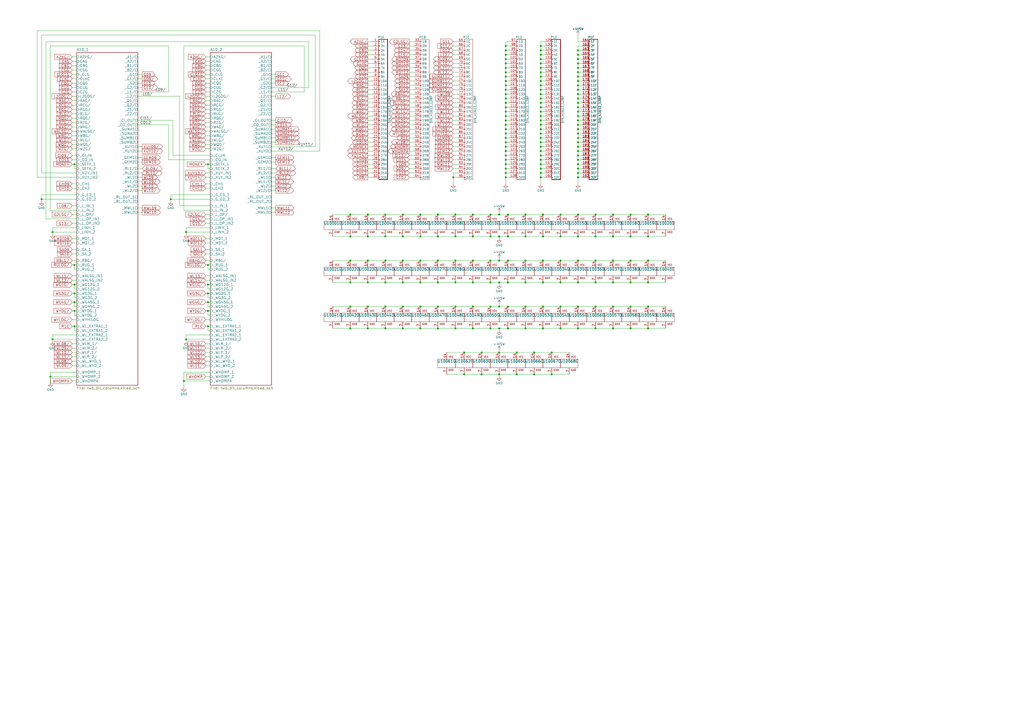
<source format=kicad_sch>
(kicad_sch (version 20211123) (generator eeschema)
  (paper "A2")
  (junction (at 325.12 151.13))
  (junction (at 243.84 177.8))
  (junction (at 289.56 204.47))
  (junction (at 304.8 124.46))
  (junction (at 335.28 44.45))
  (junction (at 284.48 124.46))
  (junction (at 299.72 217.17))
  (junction (at 120.65 153.67))
  (junction (at 313.69 41.91))
  (junction (at 335.28 80.01))
  (junction (at 365.76 137.16))
  (junction (at 289.56 163.83))
  (junction (at 284.48 190.5))
  (junction (at 313.69 31.75))
  (junction (at 335.28 124.46))
  (junction (at 274.32 190.5))
  (junction (at 289.56 177.8))
  (junction (at 355.6 124.46))
  (junction (at 264.16 177.8))
  (junction (at 293.37 102.87))
  (junction (at 335.28 46.99))
  (junction (at 203.2 124.46))
  (junction (at 299.72 204.47))
  (junction (at 365.76 124.46))
  (junction (at 293.37 26.67))
  (junction (at 309.88 204.47))
  (junction (at 43.18 180.34))
  (junction (at 213.36 124.46))
  (junction (at 293.37 69.85))
  (junction (at 313.69 72.39))
  (junction (at 304.8 163.83))
  (junction (at 335.28 97.79))
  (junction (at 313.69 92.71))
  (junction (at 30.48 196.85))
  (junction (at 254 151.13))
  (junction (at 313.69 90.17))
  (junction (at 313.69 80.01))
  (junction (at 254 163.83))
  (junction (at 254 124.46))
  (junction (at 264.16 163.83))
  (junction (at 313.69 82.55))
  (junction (at 293.37 77.47))
  (junction (at 335.28 163.83))
  (junction (at 335.28 87.63))
  (junction (at 99.06 115.57))
  (junction (at 274.32 124.46))
  (junction (at 213.36 137.16))
  (junction (at 107.95 134.62))
  (junction (at 294.64 137.16))
  (junction (at 335.28 59.69))
  (junction (at 293.37 80.01))
  (junction (at 345.44 190.5))
  (junction (at 313.69 67.31))
  (junction (at 289.56 151.13))
  (junction (at 24.13 115.57))
  (junction (at 313.69 49.53))
  (junction (at 262.89 102.87))
  (junction (at 313.69 62.23))
  (junction (at 293.37 85.09))
  (junction (at 325.12 190.5))
  (junction (at 29.21 218.44))
  (junction (at 274.32 137.16))
  (junction (at 223.52 177.8))
  (junction (at 313.69 59.69))
  (junction (at 293.37 72.39))
  (junction (at 274.32 163.83))
  (junction (at 335.28 77.47))
  (junction (at 294.64 163.83))
  (junction (at 335.28 72.39))
  (junction (at 284.48 151.13))
  (junction (at 243.84 124.46))
  (junction (at 313.69 87.63))
  (junction (at 313.69 102.87))
  (junction (at 43.18 165.1))
  (junction (at 375.92 151.13))
  (junction (at 223.52 190.5))
  (junction (at 314.96 124.46))
  (junction (at 365.76 163.83))
  (junction (at 293.37 74.93))
  (junction (at 335.28 31.75))
  (junction (at 213.36 177.8))
  (junction (at 335.28 177.8))
  (junction (at 294.64 177.8))
  (junction (at 335.28 49.53))
  (junction (at 269.24 217.17))
  (junction (at 243.84 151.13))
  (junction (at 120.65 189.23))
  (junction (at 223.52 151.13))
  (junction (at 335.28 90.17))
  (junction (at 335.28 85.09))
  (junction (at 274.32 151.13))
  (junction (at 314.96 151.13))
  (junction (at 304.8 190.5))
  (junction (at 233.68 163.83))
  (junction (at 345.44 163.83))
  (junction (at 345.44 151.13))
  (junction (at 313.69 95.25))
  (junction (at 279.4 217.17))
  (junction (at 313.69 36.83))
  (junction (at 335.28 151.13))
  (junction (at 254 137.16))
  (junction (at 120.65 180.34))
  (junction (at 320.04 217.17))
  (junction (at 375.92 190.5))
  (junction (at 375.92 124.46))
  (junction (at 264.16 124.46))
  (junction (at 335.28 67.31))
  (junction (at 284.48 163.83))
  (junction (at 293.37 46.99))
  (junction (at 106.68 220.98))
  (junction (at 325.12 137.16))
  (junction (at 284.48 177.8))
  (junction (at 43.18 95.25))
  (junction (at 293.37 100.33))
  (junction (at 203.2 163.83))
  (junction (at 335.28 52.07))
  (junction (at 233.68 177.8))
  (junction (at 294.64 151.13))
  (junction (at 335.28 100.33))
  (junction (at 279.4 204.47))
  (junction (at 233.68 124.46))
  (junction (at 293.37 49.53))
  (junction (at 284.48 137.16))
  (junction (at 313.69 74.93))
  (junction (at 335.28 62.23))
  (junction (at 335.28 29.21))
  (junction (at 293.37 64.77))
  (junction (at 313.69 77.47))
  (junction (at 320.04 204.47))
  (junction (at 233.68 151.13))
  (junction (at 335.28 41.91))
  (junction (at 313.69 64.77))
  (junction (at 335.28 92.71))
  (junction (at 223.52 163.83))
  (junction (at 120.65 95.25))
  (junction (at 203.2 137.16))
  (junction (at 335.28 64.77))
  (junction (at 355.6 177.8))
  (junction (at 335.28 190.5))
  (junction (at 313.69 39.37))
  (junction (at 43.18 189.23))
  (junction (at 335.28 54.61))
  (junction (at 335.28 102.87))
  (junction (at 293.37 54.61))
  (junction (at 293.37 90.17))
  (junction (at 325.12 124.46))
  (junction (at 335.28 74.93))
  (junction (at 335.28 69.85))
  (junction (at 264.16 190.5))
  (junction (at 293.37 87.63))
  (junction (at 269.24 204.47))
  (junction (at 304.8 137.16))
  (junction (at 289.56 137.16))
  (junction (at 314.96 137.16))
  (junction (at 264.16 137.16))
  (junction (at 274.32 177.8))
  (junction (at 120.65 170.18))
  (junction (at 365.76 151.13))
  (junction (at 314.96 190.5))
  (junction (at 335.28 34.29))
  (junction (at 293.37 36.83))
  (junction (at 203.2 177.8))
  (junction (at 120.65 175.26))
  (junction (at 313.69 26.67))
  (junction (at 264.16 151.13))
  (junction (at 293.37 82.55))
  (junction (at 293.37 29.21))
  (junction (at 243.84 137.16))
  (junction (at 213.36 151.13))
  (junction (at 233.68 137.16))
  (junction (at 355.6 151.13))
  (junction (at 375.92 137.16))
  (junction (at 213.36 190.5))
  (junction (at 293.37 59.69))
  (junction (at 335.28 57.15))
  (junction (at 313.69 97.79))
  (junction (at 313.69 57.15))
  (junction (at 43.18 170.18))
  (junction (at 313.69 54.61))
  (junction (at 313.69 69.85))
  (junction (at 365.76 190.5))
  (junction (at 335.28 82.55))
  (junction (at 293.37 92.71))
  (junction (at 233.68 190.5))
  (junction (at 243.84 163.83))
  (junction (at 203.2 190.5))
  (junction (at 120.65 165.1))
  (junction (at 313.69 52.07))
  (junction (at 335.28 39.37))
  (junction (at 304.8 151.13))
  (junction (at 355.6 163.83))
  (junction (at 355.6 137.16))
  (junction (at 293.37 95.25))
  (junction (at 375.92 163.83))
  (junction (at 313.69 85.09))
  (junction (at 355.6 190.5))
  (junction (at 293.37 57.15))
  (junction (at 293.37 41.91))
  (junction (at 335.28 137.16))
  (junction (at 254 190.5))
  (junction (at 30.48 134.62))
  (junction (at 293.37 39.37))
  (junction (at 345.44 124.46))
  (junction (at 293.37 34.29))
  (junction (at 43.18 153.67))
  (junction (at 313.69 46.99))
  (junction (at 289.56 217.17))
  (junction (at 294.64 124.46))
  (junction (at 309.88 217.17))
  (junction (at 43.18 175.26))
  (junction (at 335.28 95.25))
  (junction (at 313.69 44.45))
  (junction (at 375.92 177.8))
  (junction (at 293.37 62.23))
  (junction (at 293.37 44.45))
  (junction (at 345.44 137.16))
  (junction (at 293.37 52.07))
  (junction (at 294.64 190.5))
  (junction (at 293.37 31.75))
  (junction (at 325.12 177.8))
  (junction (at 107.95 196.85))
  (junction (at 304.8 177.8))
  (junction (at 223.52 124.46))
  (junction (at 203.2 151.13))
  (junction (at 254 177.8))
  (junction (at 314.96 177.8))
  (junction (at 314.96 163.83))
  (junction (at 335.28 36.83))
  (junction (at 243.84 190.5))
  (junction (at 213.36 163.83))
  (junction (at 345.44 177.8))
  (junction (at 293.37 97.79))
  (junction (at 223.52 137.16))
  (junction (at 313.69 34.29))
  (junction (at 325.12 163.83))
  (junction (at 289.56 190.5))
  (junction (at 365.76 177.8))
  (junction (at 289.56 124.46))
  (junction (at 293.37 67.31))
  (junction (at 313.69 100.33))
  (junction (at 313.69 29.21))
  (wire (pts (xy 44.45 40.64) (xy 41.91 40.64)))
  (wire (pts (xy 157.48 55.88) (xy 160.02 55.88)))
  (wire (pts (xy 325.12 137.16) (xy 335.28 137.16)))
  (wire (pts (xy 203.2 190.5) (xy 213.36 190.5)))
  (wire (pts (xy 265.43 34.29) (xy 262.89 34.29)))
  (wire (pts (xy 293.37 74.93) (xy 295.91 74.93)))
  (wire (pts (xy 293.37 67.31) (xy 293.37 69.85)))
  (wire (pts (xy 44.45 83.82) (xy 41.91 83.82)))
  (wire (pts (xy 293.37 52.07) (xy 295.91 52.07)))
  (wire (pts (xy 335.28 97.79) (xy 335.28 100.33)))
  (wire (pts (xy 289.56 176.53) (xy 289.56 177.8)))
  (wire (pts (xy 157.48 107.95) (xy 160.02 107.95)))
  (wire (pts (xy 121.92 209.55) (xy 119.38 209.55)))
  (wire (pts (xy 237.49 59.69) (xy 240.03 59.69)))
  (wire (pts (xy 80.01 100.33) (xy 82.55 100.33)))
  (wire (pts (xy 313.69 77.47) (xy 316.23 77.47)))
  (wire (pts (xy 335.28 72.39) (xy 335.28 74.93)))
  (wire (pts (xy 274.32 151.13) (xy 284.48 151.13)))
  (wire (pts (xy 121.92 53.34) (xy 119.38 53.34)))
  (wire (pts (xy 355.6 177.8) (xy 365.76 177.8)))
  (wire (pts (xy 193.04 163.83) (xy 203.2 163.83)))
  (wire (pts (xy 185.42 17.78) (xy 21.59 17.78)))
  (wire (pts (xy 121.92 220.98) (xy 106.68 220.98)))
  (wire (pts (xy 44.45 76.2) (xy 41.91 76.2)))
  (wire (pts (xy 313.69 49.53) (xy 313.69 52.07)))
  (wire (pts (xy 80.01 48.26) (xy 82.55 48.26)))
  (wire (pts (xy 289.56 217.17) (xy 299.72 217.17)))
  (wire (pts (xy 215.9 59.69) (xy 213.36 59.69)))
  (wire (pts (xy 120.65 170.18) (xy 120.65 172.72)))
  (wire (pts (xy 43.18 177.8) (xy 44.45 177.8)))
  (wire (pts (xy 233.68 124.46) (xy 243.84 124.46)))
  (wire (pts (xy 41.91 170.18) (xy 43.18 170.18)))
  (wire (pts (xy 335.28 82.55) (xy 337.82 82.55)))
  (wire (pts (xy 304.8 163.83) (xy 314.96 163.83)))
  (wire (pts (xy 157.48 123.19) (xy 160.02 123.19)))
  (wire (pts (xy 264.16 177.8) (xy 274.32 177.8)))
  (wire (pts (xy 203.2 137.16) (xy 213.36 137.16)))
  (wire (pts (xy 44.45 119.38) (xy 41.91 119.38)))
  (wire (pts (xy 215.9 77.47) (xy 213.36 77.47)))
  (wire (pts (xy 193.04 124.46) (xy 203.2 124.46)))
  (wire (pts (xy 215.9 46.99) (xy 213.36 46.99)))
  (wire (pts (xy 44.45 73.66) (xy 41.91 73.66)))
  (wire (pts (xy 157.48 93.98) (xy 160.02 93.98)))
  (wire (pts (xy 265.43 92.71) (xy 262.89 92.71)))
  (wire (pts (xy 345.44 151.13) (xy 355.6 151.13)))
  (wire (pts (xy 185.42 87.63) (xy 185.42 17.78)))
  (wire (pts (xy 240.03 24.13) (xy 237.49 24.13)))
  (wire (pts (xy 215.9 31.75) (xy 213.36 31.75)))
  (wire (pts (xy 120.65 170.18) (xy 121.92 170.18)))
  (wire (pts (xy 274.32 190.5) (xy 284.48 190.5)))
  (wire (pts (xy 213.36 190.5) (xy 223.52 190.5)))
  (wire (pts (xy 293.37 97.79) (xy 295.91 97.79)))
  (wire (pts (xy 313.69 92.71) (xy 316.23 92.71)))
  (wire (pts (xy 121.92 45.72) (xy 119.38 45.72)))
  (wire (pts (xy 121.92 35.56) (xy 119.38 35.56)))
  (wire (pts (xy 289.56 124.46) (xy 294.64 124.46)))
  (wire (pts (xy 293.37 62.23) (xy 293.37 64.77)))
  (wire (pts (xy 335.28 54.61) (xy 337.82 54.61)))
  (wire (pts (xy 179.07 50.8) (xy 179.07 24.13)))
  (wire (pts (xy 44.45 66.04) (xy 41.91 66.04)))
  (wire (pts (xy 213.36 85.09) (xy 215.9 85.09)))
  (wire (pts (xy 325.12 163.83) (xy 335.28 163.83)))
  (wire (pts (xy 313.69 67.31) (xy 313.69 69.85)))
  (wire (pts (xy 240.03 31.75) (xy 237.49 31.75)))
  (wire (pts (xy 313.69 31.75) (xy 316.23 31.75)))
  (wire (pts (xy 265.43 80.01) (xy 262.89 80.01)))
  (wire (pts (xy 121.92 60.96) (xy 119.38 60.96)))
  (wire (pts (xy 240.03 41.91) (xy 237.49 41.91)))
  (wire (pts (xy 335.28 87.63) (xy 337.82 87.63)))
  (wire (pts (xy 335.28 44.45) (xy 337.82 44.45)))
  (wire (pts (xy 157.48 74.93) (xy 160.02 74.93)))
  (wire (pts (xy 41.91 95.25) (xy 43.18 95.25)))
  (wire (pts (xy 293.37 57.15) (xy 295.91 57.15)))
  (wire (pts (xy 193.04 177.8) (xy 203.2 177.8)))
  (wire (pts (xy 313.69 26.67) (xy 313.69 29.21)))
  (wire (pts (xy 121.92 71.12) (xy 119.38 71.12)))
  (wire (pts (xy 254 151.13) (xy 264.16 151.13)))
  (wire (pts (xy 375.92 163.83) (xy 386.08 163.83)))
  (wire (pts (xy 335.28 52.07) (xy 337.82 52.07)))
  (wire (pts (xy 335.28 95.25) (xy 337.82 95.25)))
  (wire (pts (xy 43.18 189.23) (xy 44.45 189.23)))
  (wire (pts (xy 337.82 24.13) (xy 335.28 24.13)))
  (wire (pts (xy 237.49 69.85) (xy 240.03 69.85)))
  (wire (pts (xy 289.56 123.19) (xy 289.56 124.46)))
  (wire (pts (xy 293.37 90.17) (xy 295.91 90.17)))
  (wire (pts (xy 121.92 129.54) (xy 119.38 129.54)))
  (wire (pts (xy 293.37 92.71) (xy 293.37 95.25)))
  (wire (pts (xy 304.8 151.13) (xy 314.96 151.13)))
  (wire (pts (xy 355.6 163.83) (xy 365.76 163.83)))
  (wire (pts (xy 215.9 24.13) (xy 213.36 24.13)))
  (wire (pts (xy 121.92 151.13) (xy 119.38 151.13)))
  (wire (pts (xy 30.48 134.62) (xy 30.48 135.89)))
  (wire (pts (xy 223.52 124.46) (xy 233.68 124.46)))
  (wire (pts (xy 44.45 45.72) (xy 41.91 45.72)))
  (wire (pts (xy 265.43 72.39) (xy 262.89 72.39)))
  (wire (pts (xy 345.44 190.5) (xy 355.6 190.5)))
  (wire (pts (xy 106.68 220.98) (xy 106.68 224.79)))
  (wire (pts (xy 293.37 97.79) (xy 293.37 100.33)))
  (wire (pts (xy 335.28 77.47) (xy 335.28 80.01)))
  (wire (pts (xy 265.43 97.79) (xy 262.89 97.79)))
  (wire (pts (xy 119.38 165.1) (xy 120.65 165.1)))
  (wire (pts (xy 375.92 190.5) (xy 386.08 190.5)))
  (wire (pts (xy 121.92 201.93) (xy 119.38 201.93)))
  (wire (pts (xy 121.92 160.02) (xy 119.38 160.02)))
  (wire (pts (xy 254 177.8) (xy 264.16 177.8)))
  (wire (pts (xy 293.37 44.45) (xy 295.91 44.45)))
  (wire (pts (xy 335.28 85.09) (xy 337.82 85.09)))
  (wire (pts (xy 223.52 151.13) (xy 233.68 151.13)))
  (wire (pts (xy 121.92 81.28) (xy 119.38 81.28)))
  (wire (pts (xy 120.65 182.88) (xy 121.92 182.88)))
  (wire (pts (xy 335.28 57.15) (xy 337.82 57.15)))
  (wire (pts (xy 313.69 29.21) (xy 316.23 29.21)))
  (wire (pts (xy 44.45 50.8) (xy 41.91 50.8)))
  (wire (pts (xy 313.69 67.31) (xy 316.23 67.31)))
  (wire (pts (xy 100.33 90.17) (xy 121.92 90.17)))
  (wire (pts (xy 293.37 69.85) (xy 293.37 72.39)))
  (wire (pts (xy 313.69 54.61) (xy 316.23 54.61)))
  (wire (pts (xy 121.92 40.64) (xy 119.38 40.64)))
  (wire (pts (xy 44.45 58.42) (xy 41.91 58.42)))
  (wire (pts (xy 335.28 46.99) (xy 335.28 49.53)))
  (wire (pts (xy 44.45 199.39) (xy 41.91 199.39)))
  (wire (pts (xy 157.48 72.39) (xy 160.02 72.39)))
  (wire (pts (xy 80.01 102.87) (xy 82.55 102.87)))
  (wire (pts (xy 215.9 74.93) (xy 213.36 74.93)))
  (wire (pts (xy 44.45 78.74) (xy 41.91 78.74)))
  (wire (pts (xy 240.03 29.21) (xy 237.49 29.21)))
  (wire (pts (xy 233.68 137.16) (xy 243.84 137.16)))
  (wire (pts (xy 254 124.46) (xy 264.16 124.46)))
  (wire (pts (xy 44.45 71.12) (xy 41.91 71.12)))
  (wire (pts (xy 203.2 124.46) (xy 213.36 124.46)))
  (wire (pts (xy 313.69 102.87) (xy 313.69 106.68)))
  (wire (pts (xy 299.72 217.17) (xy 309.88 217.17)))
  (wire (pts (xy 223.52 190.5) (xy 233.68 190.5)))
  (wire (pts (xy 44.45 68.58) (xy 41.91 68.58)))
  (wire (pts (xy 294.64 124.46) (xy 304.8 124.46)))
  (wire (pts (xy 107.95 132.08) (xy 107.95 134.62)))
  (wire (pts (xy 284.48 177.8) (xy 289.56 177.8)))
  (wire (pts (xy 293.37 44.45) (xy 293.37 46.99)))
  (wire (pts (xy 43.18 165.1) (xy 43.18 167.64)))
  (wire (pts (xy 120.65 189.23) (xy 121.92 189.23)))
  (wire (pts (xy 80.01 55.88) (xy 104.14 55.88)))
  (wire (pts (xy 121.92 78.74) (xy 119.38 78.74)))
  (wire (pts (xy 243.84 177.8) (xy 254 177.8)))
  (wire (pts (xy 240.03 97.79) (xy 237.49 97.79)))
  (wire (pts (xy 313.69 57.15) (xy 316.23 57.15)))
  (wire (pts (xy 97.79 26.67) (xy 29.21 26.67)))
  (wire (pts (xy 293.37 80.01) (xy 293.37 82.55)))
  (wire (pts (xy 80.01 69.85) (xy 100.33 69.85)))
  (wire (pts (xy 106.68 121.92) (xy 121.92 121.92)))
  (wire (pts (xy 121.92 196.85) (xy 107.95 196.85)))
  (wire (pts (xy 313.69 59.69) (xy 313.69 62.23)))
  (wire (pts (xy 293.37 52.07) (xy 293.37 54.61)))
  (wire (pts (xy 274.32 163.83) (xy 284.48 163.83)))
  (wire (pts (xy 240.03 85.09) (xy 237.49 85.09)))
  (wire (pts (xy 335.28 151.13) (xy 345.44 151.13)))
  (wire (pts (xy 176.53 53.34) (xy 176.53 26.67)))
  (wire (pts (xy 80.01 53.34) (xy 97.79 53.34)))
  (wire (pts (xy 289.56 149.86) (xy 289.56 151.13)))
  (wire (pts (xy 293.37 102.87) (xy 295.91 102.87)))
  (wire (pts (xy 44.45 35.56) (xy 41.91 35.56)))
  (wire (pts (xy 43.18 175.26) (xy 44.45 175.26)))
  (wire (pts (xy 44.45 220.98) (xy 41.91 220.98)))
  (wire (pts (xy 264.16 190.5) (xy 274.32 190.5)))
  (wire (pts (xy 262.89 102.87) (xy 262.89 106.68)))
  (wire (pts (xy 313.69 74.93) (xy 313.69 77.47)))
  (wire (pts (xy 119.38 189.23) (xy 120.65 189.23)))
  (wire (pts (xy 243.84 124.46) (xy 254 124.46)))
  (wire (pts (xy 335.28 72.39) (xy 337.82 72.39)))
  (wire (pts (xy 365.76 137.16) (xy 375.92 137.16)))
  (wire (pts (xy 30.48 194.31) (xy 30.48 196.85)))
  (wire (pts (xy 80.01 93.98) (xy 82.55 93.98)))
  (wire (pts (xy 335.28 69.85) (xy 335.28 72.39)))
  (wire (pts (xy 293.37 62.23) (xy 295.91 62.23)))
  (wire (pts (xy 335.28 100.33) (xy 335.28 102.87)))
  (wire (pts (xy 294.64 177.8) (xy 304.8 177.8)))
  (wire (pts (xy 293.37 26.67) (xy 293.37 29.21)))
  (wire (pts (xy 44.45 48.26) (xy 41.91 48.26)))
  (wire (pts (xy 43.18 97.79) (xy 44.45 97.79)))
  (wire (pts (xy 121.92 144.78) (xy 119.38 144.78)))
  (wire (pts (xy 293.37 90.17) (xy 293.37 92.71)))
  (wire (pts (xy 335.28 59.69) (xy 337.82 59.69)))
  (wire (pts (xy 43.18 153.67) (xy 44.45 153.67)))
  (wire (pts (xy 80.01 97.79) (xy 82.55 97.79)))
  (wire (pts (xy 335.28 62.23) (xy 335.28 64.77)))
  (wire (pts (xy 293.37 80.01) (xy 295.91 80.01)))
  (wire (pts (xy 121.92 212.09) (xy 119.38 212.09)))
  (wire (pts (xy 243.84 163.83) (xy 254 163.83)))
  (wire (pts (xy 29.21 121.92) (xy 44.45 121.92)))
  (wire (pts (xy 215.9 62.23) (xy 213.36 62.23)))
  (wire (pts (xy 355.6 190.5) (xy 365.76 190.5)))
  (wire (pts (xy 293.37 39.37) (xy 293.37 41.91)))
  (wire (pts (xy 29.21 218.44) (xy 29.21 222.25)))
  (wire (pts (xy 44.45 204.47) (xy 41.91 204.47)))
  (wire (pts (xy 119.38 175.26) (xy 120.65 175.26)))
  (wire (pts (xy 265.43 77.47) (xy 262.89 77.47)))
  (wire (pts (xy 215.9 52.07) (xy 213.36 52.07)))
  (wire (pts (xy 345.44 163.83) (xy 355.6 163.83)))
  (wire (pts (xy 304.8 177.8) (xy 314.96 177.8)))
  (wire (pts (xy 121.92 138.43) (xy 119.38 138.43)))
  (wire (pts (xy 375.92 151.13) (xy 386.08 151.13)))
  (wire (pts (xy 44.45 63.5) (xy 41.91 63.5)))
  (wire (pts (xy 335.28 102.87) (xy 335.28 106.68)))
  (wire (pts (xy 265.43 54.61) (xy 262.89 54.61)))
  (wire (pts (xy 293.37 59.69) (xy 293.37 62.23)))
  (wire (pts (xy 313.69 87.63) (xy 316.23 87.63)))
  (wire (pts (xy 80.01 45.72) (xy 82.55 45.72)))
  (wire (pts (xy 335.28 137.16) (xy 345.44 137.16)))
  (wire (pts (xy 335.28 31.75) (xy 335.28 34.29)))
  (wire (pts (xy 294.64 137.16) (xy 304.8 137.16)))
  (wire (pts (xy 104.14 55.88) (xy 104.14 119.38)))
  (wire (pts (xy 240.03 49.53) (xy 237.49 49.53)))
  (wire (pts (xy 80.01 72.39) (xy 97.79 72.39)))
  (wire (pts (xy 215.9 26.67) (xy 213.36 26.67)))
  (wire (pts (xy 121.92 194.31) (xy 107.95 194.31)))
  (wire (pts (xy 44.45 81.28) (xy 41.91 81.28)))
  (wire (pts (xy 157.48 110.49) (xy 160.02 110.49)))
  (wire (pts (xy 335.28 39.37) (xy 337.82 39.37)))
  (wire (pts (xy 293.37 87.63) (xy 293.37 90.17)))
  (wire (pts (xy 265.43 46.99) (xy 262.89 46.99)))
  (wire (pts (xy 335.28 24.13) (xy 335.28 20.32)))
  (wire (pts (xy 259.08 204.47) (xy 269.24 204.47)))
  (wire (pts (xy 345.44 124.46) (xy 355.6 124.46)))
  (wire (pts (xy 44.45 90.17) (xy 41.91 90.17)))
  (wire (pts (xy 44.45 134.62) (xy 30.48 134.62)))
  (wire (pts (xy 240.03 77.47) (xy 237.49 77.47)))
  (wire (pts (xy 293.37 49.53) (xy 295.91 49.53)))
  (wire (pts (xy 313.69 57.15) (xy 313.69 59.69)))
  (wire (pts (xy 335.28 67.31) (xy 335.28 69.85)))
  (wire (pts (xy 223.52 177.8) (xy 233.68 177.8)))
  (wire (pts (xy 335.28 26.67) (xy 335.28 29.21)))
  (wire (pts (xy 335.28 177.8) (xy 345.44 177.8)))
  (wire (pts (xy 293.37 49.53) (xy 293.37 52.07)))
  (wire (pts (xy 44.45 185.42) (xy 41.91 185.42)))
  (wire (pts (xy 335.28 26.67) (xy 337.82 26.67)))
  (wire (pts (xy 121.92 38.1) (xy 119.38 38.1)))
  (wire (pts (xy 80.01 43.18) (xy 82.55 43.18)))
  (wire (pts (xy 99.06 115.57) (xy 99.06 116.84)))
  (wire (pts (xy 215.9 57.15) (xy 213.36 57.15)))
  (wire (pts (xy 240.03 95.25) (xy 237.49 95.25)))
  (wire (pts (xy 335.28 190.5) (xy 345.44 190.5)))
  (wire (pts (xy 293.37 77.47) (xy 293.37 80.01)))
  (wire (pts (xy 335.28 80.01) (xy 335.28 82.55)))
  (wire (pts (xy 44.45 140.97) (xy 41.91 140.97)))
  (wire (pts (xy 335.28 92.71) (xy 337.82 92.71)))
  (wire (pts (xy 313.69 72.39) (xy 313.69 74.93)))
  (wire (pts (xy 120.65 95.25) (xy 120.65 97.79)))
  (wire (pts (xy 44.45 191.77) (xy 43.18 191.77)))
  (wire (pts (xy 24.13 20.32) (xy 24.13 100.33)))
  (wire (pts (xy 119.38 180.34) (xy 120.65 180.34)))
  (wire (pts (xy 265.43 57.15) (xy 262.89 57.15)))
  (wire (pts (xy 265.43 36.83) (xy 262.89 36.83)))
  (wire (pts (xy 335.28 92.71) (xy 335.28 95.25)))
  (wire (pts (xy 313.69 54.61) (xy 313.69 57.15)))
  (wire (pts (xy 335.28 67.31) (xy 337.82 67.31)))
  (wire (pts (xy 157.48 45.72) (xy 160.02 45.72)))
  (wire (pts (xy 26.67 127) (xy 44.45 127)))
  (wire (pts (xy 294.64 151.13) (xy 304.8 151.13)))
  (wire (pts (xy 313.69 34.29) (xy 313.69 36.83)))
  (wire (pts (xy 215.9 49.53) (xy 213.36 49.53)))
  (wire (pts (xy 121.92 147.32) (xy 119.38 147.32)))
  (wire (pts (xy 335.28 54.61) (xy 335.28 57.15)))
  (wire (pts (xy 313.69 80.01) (xy 313.69 82.55)))
  (wire (pts (xy 157.48 80.01) (xy 160.02 80.01)))
  (wire (pts (xy 120.65 175.26) (xy 121.92 175.26)))
  (wire (pts (xy 304.8 190.5) (xy 314.96 190.5)))
  (wire (pts (xy 120.65 172.72) (xy 121.92 172.72)))
  (wire (pts (xy 293.37 54.61) (xy 293.37 57.15)))
  (wire (pts (xy 120.65 191.77) (xy 120.65 189.23)))
  (wire (pts (xy 335.28 74.93) (xy 337.82 74.93)))
  (wire (pts (xy 157.48 97.79) (xy 160.02 97.79)))
  (wire (pts (xy 284.48 137.16) (xy 289.56 137.16)))
  (wire (pts (xy 215.9 39.37) (xy 213.36 39.37)))
  (wire (pts (xy 157.48 69.85) (xy 160.02 69.85)))
  (wire (pts (xy 121.92 83.82) (xy 119.38 83.82)))
  (wire (pts (xy 254 163.83) (xy 264.16 163.83)))
  (wire (pts (xy 265.43 44.45) (xy 262.89 44.45)))
  (wire (pts (xy 279.4 204.47) (xy 289.56 204.47)))
  (wire (pts (xy 121.92 102.87) (xy 119.38 102.87)))
  (wire (pts (xy 265.43 26.67) (xy 262.89 26.67)))
  (wire (pts (xy 313.69 49.53) (xy 316.23 49.53)))
  (wire (pts (xy 284.48 124.46) (xy 289.56 124.46)))
  (wire (pts (xy 213.36 137.16) (xy 223.52 137.16)))
  (wire (pts (xy 44.45 209.55) (xy 41.91 209.55)))
  (wire (pts (xy 43.18 95.25) (xy 43.18 97.79)))
  (wire (pts (xy 293.37 74.93) (xy 293.37 77.47)))
  (wire (pts (xy 215.9 69.85) (xy 213.36 69.85)))
  (wire (pts (xy 120.65 156.21) (xy 121.92 156.21)))
  (wire (pts (xy 335.28 39.37) (xy 335.28 41.91)))
  (wire (pts (xy 265.43 74.93) (xy 262.89 74.93)))
  (wire (pts (xy 265.43 85.09) (xy 262.89 85.09)))
  (wire (pts (xy 293.37 34.29) (xy 293.37 36.83)))
  (wire (pts (xy 44.45 132.08) (xy 30.48 132.08)))
  (wire (pts (xy 313.69 52.07) (xy 316.23 52.07)))
  (wire (pts (xy 265.43 49.53) (xy 262.89 49.53)))
  (wire (pts (xy 335.28 85.09) (xy 335.28 87.63)))
  (wire (pts (xy 97.79 92.71) (xy 121.92 92.71)))
  (wire (pts (xy 289.56 177.8) (xy 294.64 177.8)))
  (wire (pts (xy 240.03 74.93) (xy 237.49 74.93)))
  (wire (pts (xy 295.91 24.13) (xy 293.37 24.13)))
  (wire (pts (xy 107.95 134.62) (xy 107.95 135.89)))
  (wire (pts (xy 240.03 90.17) (xy 237.49 90.17)))
  (wire (pts (xy 313.69 95.25) (xy 316.23 95.25)))
  (wire (pts (xy 240.03 82.55) (xy 237.49 82.55)))
  (wire (pts (xy 335.28 29.21) (xy 335.28 31.75)))
  (wire (pts (xy 265.43 31.75) (xy 262.89 31.75)))
  (wire (pts (xy 80.01 110.49) (xy 82.55 110.49)))
  (wire (pts (xy 121.92 127) (xy 119.38 127)))
  (wire (pts (xy 121.92 68.58) (xy 119.38 68.58)))
  (wire (pts (xy 335.28 64.77) (xy 335.28 67.31)))
  (wire (pts (xy 335.28 82.55) (xy 335.28 85.09)))
  (wire (pts (xy 335.28 74.93) (xy 335.28 77.47)))
  (wire (pts (xy 44.45 92.71) (xy 41.91 92.71)))
  (wire (pts (xy 262.89 102.87) (xy 265.43 102.87)))
  (wire (pts (xy 313.69 46.99) (xy 316.23 46.99)))
  (wire (pts (xy 106.68 26.67) (xy 106.68 121.92)))
  (wire (pts (xy 365.76 151.13) (xy 375.92 151.13)))
  (wire (pts (xy 215.9 36.83) (xy 213.36 36.83)))
  (wire (pts (xy 215.9 102.87) (xy 213.36 102.87)))
  (wire (pts (xy 100.33 69.85) (xy 100.33 90.17)))
  (wire (pts (xy 97.79 53.34) (xy 97.79 26.67)))
  (wire (pts (xy 120.65 167.64) (xy 121.92 167.64)))
  (wire (pts (xy 284.48 190.5) (xy 289.56 190.5)))
  (wire (pts (xy 233.68 190.5) (xy 243.84 190.5)))
  (wire (pts (xy 182.88 85.09) (xy 182.88 20.32)))
  (wire (pts (xy 335.28 31.75) (xy 337.82 31.75)))
  (wire (pts (xy 313.69 102.87) (xy 316.23 102.87)))
  (wire (pts (xy 335.28 77.47) (xy 337.82 77.47)))
  (wire (pts (xy 262.89 100.33) (xy 265.43 100.33)))
  (wire (pts (xy 313.69 44.45) (xy 316.23 44.45)))
  (wire (pts (xy 41.91 180.34) (xy 43.18 180.34)))
  (wire (pts (xy 121.92 134.62) (xy 107.95 134.62)))
  (wire (pts (xy 243.84 190.5) (xy 254 190.5)))
  (wire (pts (xy 43.18 182.88) (xy 44.45 182.88)))
  (wire (pts (xy 289.56 163.83) (xy 294.64 163.83)))
  (wire (pts (xy 41.91 189.23) (xy 43.18 189.23)))
  (wire (pts (xy 293.37 46.99) (xy 295.91 46.99)))
  (wire (pts (xy 345.44 177.8) (xy 355.6 177.8)))
  (wire (pts (xy 264.16 163.83) (xy 274.32 163.83)))
  (wire (pts (xy 293.37 87.63) (xy 295.91 87.63)))
  (wire (pts (xy 264.16 124.46) (xy 274.32 124.46)))
  (wire (pts (xy 289.56 137.16) (xy 294.64 137.16)))
  (wire (pts (xy 44.45 129.54) (xy 41.91 129.54)))
  (wire (pts (xy 279.4 217.17) (xy 289.56 217.17)))
  (wire (pts (xy 313.69 41.91) (xy 313.69 44.45)))
  (wire (pts (xy 304.8 137.16) (xy 314.96 137.16)))
  (wire (pts (xy 80.01 87.63) (xy 82.55 87.63)))
  (wire (pts (xy 193.04 190.5) (xy 203.2 190.5)))
  (wire (pts (xy 365.76 124.46) (xy 375.92 124.46)))
  (wire (pts (xy 44.45 115.57) (xy 24.13 115.57)))
  (wire (pts (xy 313.69 69.85) (xy 313.69 72.39)))
  (wire (pts (xy 203.2 163.83) (xy 213.36 163.83)))
  (wire (pts (xy 365.76 177.8) (xy 375.92 177.8)))
  (wire (pts (xy 80.01 105.41) (xy 82.55 105.41)))
  (wire (pts (xy 120.65 180.34) (xy 121.92 180.34)))
  (wire (pts (xy 121.92 109.22) (xy 119.38 109.22)))
  (wire (pts (xy 264.16 137.16) (xy 274.32 137.16)))
  (wire (pts (xy 335.28 124.46) (xy 345.44 124.46)))
  (wire (pts (xy 43.18 180.34) (xy 44.45 180.34)))
  (wire (pts (xy 265.43 52.07) (xy 262.89 52.07)))
  (wire (pts (xy 106.68 215.9) (xy 106.68 220.98)))
  (wire (pts (xy 44.45 160.02) (xy 41.91 160.02)))
  (wire (pts (xy 335.28 87.63) (xy 335.28 90.17)))
  (wire (pts (xy 265.43 39.37) (xy 262.89 39.37)))
  (wire (pts (xy 293.37 92.71) (xy 295.91 92.71)))
  (wire (pts (xy 24.13 115.57) (xy 24.13 116.84)))
  (wire (pts (xy 345.44 137.16) (xy 355.6 137.16)))
  (wire (pts (xy 44.45 218.44) (xy 29.21 218.44)))
  (wire (pts (xy 97.79 72.39) (xy 97.79 92.71)))
  (wire (pts (xy 43.18 180.34) (xy 43.18 182.88)))
  (wire (pts (xy 243.84 137.16) (xy 254 137.16)))
  (wire (pts (xy 316.23 26.67) (xy 313.69 26.67)))
  (wire (pts (xy 313.69 52.07) (xy 313.69 54.61)))
  (wire (pts (xy 157.48 43.18) (xy 160.02 43.18)))
  (wire (pts (xy 121.92 33.02) (xy 119.38 33.02)))
  (wire (pts (xy 44.45 212.09) (xy 41.91 212.09)))
  (wire (pts (xy 44.45 196.85) (xy 30.48 196.85)))
  (wire (pts (xy 313.69 36.83) (xy 316.23 36.83)))
  (wire (pts (xy 265.43 64.77) (xy 262.89 64.77)))
  (wire (pts (xy 215.9 97.79) (xy 213.36 97.79)))
  (wire (pts (xy 44.45 106.68) (xy 41.91 106.68)))
  (wire (pts (xy 293.37 54.61) (xy 295.91 54.61)))
  (wire (pts (xy 254 190.5) (xy 264.16 190.5)))
  (wire (pts (xy 157.48 48.26) (xy 160.02 48.26)))
  (wire (pts (xy 313.69 64.77) (xy 313.69 67.31)))
  (wire (pts (xy 157.48 85.09) (xy 182.88 85.09)))
  (wire (pts (xy 313.69 72.39) (xy 316.23 72.39)))
  (wire (pts (xy 325.12 124.46) (xy 335.28 124.46)))
  (wire (pts (xy 313.69 31.75) (xy 313.69 34.29)))
  (wire (pts (xy 157.48 77.47) (xy 160.02 77.47)))
  (wire (pts (xy 43.18 95.25) (xy 44.45 95.25)))
  (wire (pts (xy 314.96 124.46) (xy 325.12 124.46)))
  (wire (pts (xy 265.43 67.31) (xy 262.89 67.31)))
  (wire (pts (xy 269.24 204.47) (xy 279.4 204.47)))
  (wire (pts (xy 337.82 29.21) (xy 335.28 29.21)))
  (wire (pts (xy 293.37 95.25) (xy 293.37 97.79)))
  (wire (pts (xy 293.37 59.69) (xy 295.91 59.69)))
  (wire (pts (xy 313.69 97.79) (xy 316.23 97.79)))
  (wire (pts (xy 265.43 69.85) (xy 262.89 69.85)))
  (wire (pts (xy 293.37 72.39) (xy 293.37 74.93)))
  (wire (pts (xy 121.92 204.47) (xy 119.38 204.47)))
  (wire (pts (xy 121.92 113.03) (xy 99.06 113.03)))
  (wire (pts (xy 335.28 97.79) (xy 337.82 97.79)))
  (wire (pts (xy 233.68 151.13) (xy 243.84 151.13)))
  (wire (pts (xy 107.95 194.31) (xy 107.95 196.85)))
  (wire (pts (xy 293.37 72.39) (xy 295.91 72.39)))
  (wire (pts (xy 41.91 165.1) (xy 43.18 165.1)))
  (wire (pts (xy 335.28 100.33) (xy 337.82 100.33)))
  (wire (pts (xy 121.92 207.01) (xy 119.38 207.01)))
  (wire (pts (xy 269.24 217.17) (xy 279.4 217.17)))
  (wire (pts (xy 325.12 177.8) (xy 335.28 177.8)))
  (wire (pts (xy 29.21 215.9) (xy 44.45 215.9)))
  (wire (pts (xy 304.8 124.46) (xy 314.96 124.46)))
  (wire (pts (xy 320.04 204.47) (xy 330.2 204.47)))
  (wire (pts (xy 313.69 90.17) (xy 316.23 90.17)))
  (wire (pts (xy 274.32 177.8) (xy 284.48 177.8)))
  (wire (pts (xy 313.69 36.83) (xy 313.69 39.37)))
  (wire (pts (xy 293.37 41.91) (xy 295.91 41.91)))
  (wire (pts (xy 30.48 196.85) (xy 30.48 198.12)))
  (wire (pts (xy 335.28 44.45) (xy 335.28 46.99)))
  (wire (pts (xy 265.43 87.63) (xy 262.89 87.63)))
  (wire (pts (xy 213.36 151.13) (xy 223.52 151.13)))
  (wire (pts (xy 240.03 44.45) (xy 237.49 44.45)))
  (wire (pts (xy 293.37 82.55) (xy 293.37 85.09)))
  (wire (pts (xy 313.69 82.55) (xy 316.23 82.55)))
  (wire (pts (xy 293.37 29.21) (xy 295.91 29.21)))
  (wire (pts (xy 120.65 97.79) (xy 121.92 97.79)))
  (wire (pts (xy 44.45 138.43) (xy 41.91 138.43)))
  (wire (pts (xy 41.91 153.67) (xy 43.18 153.67)))
  (wire (pts (xy 265.43 90.17) (xy 262.89 90.17)))
  (wire (pts (xy 41.91 175.26) (xy 43.18 175.26)))
  (wire (pts (xy 274.32 137.16) (xy 284.48 137.16)))
  (wire (pts (xy 265.43 95.25) (xy 262.89 95.25)))
  (wire (pts (xy 215.9 64.77) (xy 213.36 64.77)))
  (wire (pts (xy 313.69 90.17) (xy 313.69 92.71)))
  (wire (pts (xy 121.92 55.88) (xy 119.38 55.88)))
  (wire (pts (xy 335.28 41.91) (xy 335.28 44.45)))
  (wire (pts (xy 121.92 58.42) (xy 119.38 58.42)))
  (wire (pts (xy 157.48 82.55) (xy 160.02 82.55)))
  (wire (pts (xy 335.28 62.23) (xy 337.82 62.23)))
  (wire (pts (xy 120.65 175.26) (xy 120.65 177.8)))
  (wire (pts (xy 121.92 48.26) (xy 119.38 48.26)))
  (wire (pts (xy 24.13 113.03) (xy 24.13 115.57)))
  (wire (pts (xy 293.37 64.77) (xy 293.37 67.31)))
  (wire (pts (xy 325.12 190.5) (xy 335.28 190.5)))
  (wire (pts (xy 313.69 39.37) (xy 313.69 41.91)))
  (wire (pts (xy 215.9 34.29) (xy 213.36 34.29)))
  (wire (pts (xy 265.43 41.91) (xy 262.89 41.91)))
  (wire (pts (xy 240.03 57.15) (xy 237.49 57.15)))
  (wire (pts (xy 284.48 151.13) (xy 289.56 151.13)))
  (wire (pts (xy 240.03 102.87) (xy 237.49 102.87)))
  (wire (pts (xy 314.96 137.16) (xy 325.12 137.16)))
  (wire (pts (xy 335.28 90.17) (xy 335.28 92.71)))
  (wire (pts (xy 293.37 57.15) (xy 293.37 59.69)))
  (wire (pts (xy 30.48 132.08) (xy 30.48 134.62)))
  (wire (pts (xy 120.65 153.67) (xy 121.92 153.67)))
  (wire (pts (xy 80.01 91.44) (xy 82.55 91.44)))
  (wire (pts (xy 121.92 43.18) (xy 119.38 43.18)))
  (wire (pts (xy 289.56 151.13) (xy 294.64 151.13)))
  (wire (pts (xy 313.69 39.37) (xy 316.23 39.37)))
  (wire (pts (xy 213.36 177.8) (xy 223.52 177.8)))
  (wire (pts (xy 316.23 24.13) (xy 313.69 24.13)))
  (wire (pts (xy 335.28 52.07) (xy 335.28 54.61)))
  (wire (pts (xy 120.65 153.67) (xy 120.65 156.21)))
  (wire (pts (xy 289.56 163.83) (xy 289.56 165.1)))
  (wire (pts (xy 293.37 34.29) (xy 295.91 34.29)))
  (wire (pts (xy 44.45 33.02) (xy 41.91 33.02)))
  (wire (pts (xy 157.48 120.65) (xy 160.02 120.65)))
  (wire (pts (xy 313.69 46.99) (xy 313.69 49.53)))
  (wire (pts (xy 121.92 63.5) (xy 119.38 63.5)))
  (wire (pts (xy 313.69 24.13) (xy 313.69 26.67)))
  (wire (pts (xy 44.45 162.56) (xy 41.91 162.56)))
  (wire (pts (xy 262.89 100.33) (xy 262.89 102.87)))
  (wire (pts (xy 313.69 100.33) (xy 313.69 102.87)))
  (wire (pts (xy 293.37 31.75) (xy 295.91 31.75)))
  (wire (pts (xy 293.37 85.09) (xy 293.37 87.63)))
  (wire (pts (xy 375.92 124.46) (xy 386.08 124.46)))
  (wire (pts (xy 240.03 80.01) (xy 237.49 80.01)))
  (wire (pts (xy 335.28 64.77) (xy 337.82 64.77)))
  (wire (pts (xy 309.88 217.17) (xy 320.04 217.17)))
  (wire (pts (xy 215.9 95.25) (xy 213.36 95.25)))
  (wire (pts (xy 223.52 137.16) (xy 233.68 137.16)))
  (wire (pts (xy 313.69 80.01) (xy 316.23 80.01)))
  (wire (pts (xy 215.9 87.63) (xy 213.36 87.63)))
  (wire (pts (xy 293.37 29.21) (xy 293.37 31.75)))
  (wire (pts (xy 313.69 100.33) (xy 316.23 100.33)))
  (wire (pts (xy 215.9 41.91) (xy 213.36 41.91)))
  (wire (pts (xy 289.56 217.17) (xy 289.56 218.44)))
  (wire (pts (xy 121.92 86.36) (xy 119.38 86.36)))
  (wire (pts (xy 223.52 163.83) (xy 233.68 163.83)))
  (wire (pts (xy 313.69 77.47) (xy 313.69 80.01)))
  (wire (pts (xy 44.45 124.46) (xy 41.91 124.46)))
  (wire (pts (xy 293.37 39.37) (xy 295.91 39.37)))
  (wire (pts (xy 44.45 201.93) (xy 41.91 201.93)))
  (wire (pts (xy 44.45 147.32) (xy 41.91 147.32)))
  (wire (pts (xy 44.45 113.03) (xy 24.13 113.03)))
  (wire (pts (xy 121.92 106.68) (xy 119.38 106.68)))
  (wire (pts (xy 240.03 54.61) (xy 237.49 54.61)))
  (wire (pts (xy 265.43 59.69) (xy 262.89 59.69)))
  (wire (pts (xy 215.9 67.31) (xy 213.36 67.31)))
  (wire (pts (xy 121.92 132.08) (xy 107.95 132.08)))
  (wire (pts (xy 43.18 170.18) (xy 43.18 172.72)))
  (wire (pts (xy 313.69 64.77) (xy 316.23 64.77)))
  (wire (pts (xy 375.92 177.8) (xy 386.08 177.8)))
  (wire (pts (xy 293.37 64.77) (xy 295.91 64.77)))
  (wire (pts (xy 313.69 69.85) (xy 316.23 69.85)))
  (wire (pts (xy 120.65 177.8) (xy 121.92 177.8)))
  (wire (pts (xy 240.03 46.99) (xy 237.49 46.99)))
  (wire (pts (xy 293.37 82.55) (xy 295.91 82.55)))
  (wire (pts (xy 295.91 26.67) (xy 293.37 26.67)))
  (wire (pts (xy 293.37 100.33) (xy 293.37 102.87)))
  (wire (pts (xy 215.9 90.17) (xy 213.36 90.17)))
  (wire (pts (xy 121.92 199.39) (xy 119.38 199.39)))
  (wire (pts (xy 335.28 163.83) (xy 345.44 163.83)))
  (wire (pts (xy 313.69 85.09) (xy 313.69 87.63)))
  (wire (pts (xy 157.48 102.87) (xy 160.02 102.87)))
  (wire (pts (xy 259.08 217.17) (xy 269.24 217.17)))
  (wire (pts (xy 44.45 53.34) (xy 41.91 53.34)))
  (wire (pts (xy 335.28 95.25) (xy 335.28 97.79)))
  (wire (pts (xy 120.65 165.1) (xy 121.92 165.1)))
  (wire (pts (xy 107.95 196.85) (xy 107.95 198.12)))
  (wire (pts (xy 240.03 52.07) (xy 237.49 52.07)))
  (wire (pts (xy 293.37 41.91) (xy 293.37 44.45)))
  (wire (pts (xy 335.28 49.53) (xy 337.82 49.53)))
  (wire (pts (xy 44.45 144.78) (xy 41.91 144.78)))
  (wire (pts (xy 335.28 41.91) (xy 337.82 41.91)))
  (wire (pts (xy 215.9 54.61) (xy 213.36 54.61)))
  (wire (pts (xy 314.96 163.83) (xy 325.12 163.83)))
  (wire (pts (xy 157.48 50.8) (xy 179.07 50.8)))
  (wire (pts (xy 299.72 204.47) (xy 309.88 204.47)))
  (wire (pts (xy 44.45 43.18) (xy 41.91 43.18)))
  (wire (pts (xy 120.65 180.34) (xy 120.65 182.88)))
  (wire (pts (xy 355.6 137.16) (xy 365.76 137.16)))
  (wire (pts (xy 355.6 124.46) (xy 365.76 124.46)))
  (wire (pts (xy 265.43 62.23) (xy 262.89 62.23)))
  (wire (pts (xy 335.28 46.99) (xy 337.82 46.99)))
  (wire (pts (xy 215.9 44.45) (xy 213.36 44.45)))
  (wire (pts (xy 320.04 217.17) (xy 330.2 217.17)))
  (wire (pts (xy 313.69 74.93) (xy 316.23 74.93)))
  (wire (pts (xy 237.49 67.31) (xy 240.03 67.31)))
  (wire (pts (xy 215.9 29.21) (xy 213.36 29.21)))
  (wire (pts (xy 289.56 203.2) (xy 289.56 204.47)))
  (wire (pts (xy 120.65 165.1) (xy 120.65 167.64)))
  (wire (pts (xy 289.56 190.5) (xy 289.56 191.77)))
  (wire (pts (xy 313.69 29.21) (xy 313.69 31.75)))
  (wire (pts (xy 121.92 185.42) (xy 119.38 185.42)))
  (wire (pts (xy 293.37 77.47) (xy 295.91 77.47)))
  (wire (pts (xy 26.67 24.13) (xy 26.67 127)))
  (wire (pts (xy 293.37 24.13) (xy 293.37 26.67)))
  (wire (pts (xy 293.37 95.25) (xy 295.91 95.25)))
  (wire (pts (xy 313.69 62.23) (xy 316.23 62.23)))
  (wire (pts (xy 293.37 36.83) (xy 293.37 39.37)))
  (wire (pts (xy 313.69 95.25) (xy 313.69 97.79)))
  (wire (pts (xy 375.92 137.16) (xy 386.08 137.16)))
  (wire (pts (xy 243.84 151.13) (xy 254 151.13)))
  (wire (pts (xy 121.92 50.8) (xy 119.38 50.8)))
  (wire (pts (xy 335.28 59.69) (xy 335.28 62.23)))
  (wire (pts (xy 284.48 163.83) (xy 289.56 163.83)))
  (wire (pts (xy 193.04 151.13) (xy 203.2 151.13)))
  (wire (pts (xy 213.36 124.46) (xy 223.52 124.46)))
  (wire (pts (xy 215.9 80.01) (xy 213.36 80.01)))
  (wire (pts (xy 179.07 24.13) (xy 26.67 24.13)))
  (wire (pts (xy 289.56 204.47) (xy 299.72 204.47)))
  (wire (pts (xy 265.43 24.13) (xy 262.89 24.13)))
  (wire (pts (xy 80.01 120.65) (xy 82.55 120.65)))
  (wire (pts (xy 43.18 175.26) (xy 43.18 177.8)))
  (wire (pts (xy 121.92 115.57) (xy 99.06 115.57)))
  (wire (pts (xy 44.45 86.36) (xy 41.91 86.36)))
  (wire (pts (xy 182.88 20.32) (xy 24.13 20.32)))
  (wire (pts (xy 44.45 194.31) (xy 30.48 194.31)))
  (wire (pts (xy 121.92 76.2) (xy 119.38 76.2)))
  (wire (pts (xy 274.32 124.46) (xy 284.48 124.46)))
  (wire (pts (xy 294.64 163.83) (xy 304.8 163.83)))
  (wire (pts (xy 313.69 59.69) (xy 316.23 59.69)))
  (wire (pts (xy 119.38 153.67) (xy 120.65 153.67)))
  (wire (pts (xy 365.76 190.5) (xy 375.92 190.5)))
  (wire (pts (xy 240.03 92.71) (xy 237.49 92.71)))
  (wire (pts (xy 44.45 109.22) (xy 41.91 109.22)))
  (wire (pts (xy 121.92 124.46) (xy 119.38 124.46)))
  (wire (pts (xy 335.28 102.87) (xy 337.82 102.87)))
  (wire (pts (xy 335.28 49.53) (xy 335.28 52.07)))
  (wire (pts (xy 365.76 163.83) (xy 375.92 163.83)))
  (wire (pts (xy 293.37 85.09) (xy 295.91 85.09)))
  (wire (pts (xy 237.49 72.39) (xy 240.03 72.39)))
  (wire (pts (xy 44.45 38.1) (xy 41.91 38.1)))
  (wire (pts (xy 176.53 26.67) (xy 106.68 26.67)))
  (wire (pts (xy 289.56 190.5) (xy 294.64 190.5)))
  (wire (pts (xy 215.9 92.71) (xy 213.36 92.71)))
  (wire (pts (xy 335.28 36.83) (xy 335.28 39.37)))
  (wire (pts (xy 293.37 46.99) (xy 293.37 49.53)))
  (wire (pts (xy 240.03 100.33) (xy 237.49 100.33)))
  (wire (pts (xy 121.92 66.04) (xy 119.38 66.04)))
  (wire (pts (xy 215.9 82.55) (xy 213.36 82.55)))
  (wire (pts (xy 43.18 156.21) (xy 44.45 156.21)))
  (wire (pts (xy 121.92 215.9) (xy 106.68 215.9)))
  (wire (pts (xy 240.03 62.23) (xy 237.49 62.23)))
  (wire (pts (xy 44.45 151.13) (xy 41.91 151.13)))
  (wire (pts (xy 335.28 36.83) (xy 337.82 36.83)))
  (wire (pts (xy 313.69 44.45) (xy 313.69 46.99)))
  (wire (pts (xy 313.69 85.09) (xy 316.23 85.09)))
  (wire (pts (xy 293.37 102.87) (xy 293.37 106.68)))
  (wire (pts (xy 293.37 31.75) (xy 293.37 34.29)))
  (wire (pts (xy 193.04 137.16) (xy 203.2 137.16)))
  (wire (pts (xy 80.01 107.95) (xy 82.55 107.95)))
  (wire (pts (xy 289.56 137.16) (xy 289.56 138.43)))
  (wire (pts (xy 213.36 163.83) (xy 223.52 163.83)))
  (wire (pts (xy 314.96 151.13) (xy 325.12 151.13)))
  (wire (pts (xy 325.12 151.13) (xy 335.28 151.13)))
  (wire (pts (xy 43.18 170.18) (xy 44.45 170.18)))
  (wire (pts (xy 293.37 100.33) (xy 295.91 100.33)))
  (wire (pts (xy 80.01 50.8) (xy 82.55 50.8)))
  (wire (pts (xy 265.43 82.55) (xy 262.89 82.55)))
  (wire (pts (xy 121.92 140.97) (xy 119.38 140.97)))
  (wire (pts (xy 313.69 97.79) (xy 313.69 100.33)))
  (wire (pts (xy 335.28 90.17) (xy 337.82 90.17)))
  (wire (pts (xy 293.37 36.83) (xy 295.91 36.83)))
  (wire (pts (xy 313.69 87.63) (xy 313.69 90.17)))
  (wire (pts (xy 99.06 113.03) (xy 99.06 115.57)))
  (wire (pts (xy 43.18 191.77) (xy 43.18 189.23)))
  (wire (pts (xy 157.48 105.41) (xy 160.02 105.41)))
  (wire (pts (xy 119.38 170.18) (xy 120.65 170.18)))
  (wire (pts (xy 335.28 69.85) (xy 337.82 69.85)))
  (wire (pts (xy 293.37 67.31) (xy 295.91 67.31)))
  (wire (pts (xy 264.16 151.13) (xy 274.32 151.13)))
  (wire (pts (xy 203.2 177.8) (xy 213.36 177.8)))
  (wire (pts (xy 313.69 62.23) (xy 313.69 64.77)))
  (wire (pts (xy 29.21 215.9) (xy 29.21 218.44)))
  (wire (pts (xy 335.28 34.29) (xy 335.28 36.83)))
  (wire (pts (xy 314.96 177.8) (xy 325.12 177.8)))
  (wire (pts (xy 120.65 95.25) (xy 121.92 95.25)))
  (wire (pts (xy 313.69 34.29) (xy 316.23 34.29)))
  (wire (pts (xy 29.21 26.67) (xy 29.21 121.92)))
  (wire (pts (xy 157.48 87.63) (xy 185.42 87.63)))
  (wire (pts (xy 240.03 34.29) (xy 237.49 34.29)))
  (wire (pts (xy 80.01 123.19) (xy 82.55 123.19)))
  (wire (pts (xy 121.92 191.77) (xy 120.65 191.77)))
  (wire (pts (xy 119.38 95.25) (xy 120.65 95.25)))
  (wire (pts (xy 43.18 167.64) (xy 44.45 167.64)))
  (wire (pts (xy 157.48 91.44) (xy 160.02 91.44)))
  (wire (pts (xy 44.45 207.01) (xy 41.91 207.01)))
  (wire (pts (xy 313.69 41.91) (xy 316.23 41.91)))
  (wire (pts (xy 240.03 26.67) (xy 237.49 26.67)))
  (wire (pts (xy 43.18 153.67) (xy 43.18 156.21)))
  (wire (pts (xy 121.92 100.33) (xy 119.38 100.33)))
  (wire (pts (xy 240.03 39.37) (xy 237.49 39.37)))
  (wire (pts (xy 313.69 92.71) (xy 313.69 95.25)))
  (wire (pts (xy 121.92 73.66) (xy 119.38 73.66)))
  (wire (pts (xy 21.59 102.87) (xy 44.45 102.87)))
  (wire (pts (xy 24.13 100.33) (xy 44.45 100.33)))
  (wire (pts (xy 44.45 55.88) (xy 41.91 55.88)))
  (wire (pts (xy 240.03 36.83) (xy 237.49 36.83)))
  (wire (pts (xy 233.68 163.83) (xy 243.84 163.83)))
  (wire (pts (xy 335.28 80.01) (xy 337.82 80.01)))
  (wire (pts (xy 254 137.16) (xy 264.16 137.16)))
  (wire (pts (xy 314.96 190.5) (xy 325.12 190.5)))
  (wire (pts (xy 355.6 151.13) (xy 365.76 151.13)))
  (wire (pts (xy 157.48 53.34) (xy 176.53 53.34)))
  (wire (pts (xy 233.68 177.8) (xy 243.84 177.8)))
  (wire (pts (xy 293.37 69.85) (xy 295.91 69.85)))
  (wire (pts (xy 157.48 100.33) (xy 160.02 100.33)))
  (wire (pts (xy 43.18 172.72) (xy 44.45 172.72)))
  (wire (pts (xy 215.9 100.33) (xy 213.36 100.33)))
  (wire (pts (xy 215.9 72.39) (xy 213.36 72.39)))
  (wire (pts (xy 104.14 119.38) (xy 121.92 119.38)))
  (wire (pts (xy 240.03 87.63) (xy 237.49 87.63)))
  (wire (pts (xy 294.64 190.5) (xy 304.8 190.5)))
  (wire (pts (xy 43.18 165.1) (xy 44.45 165.1)))
  (wire (pts (xy 203.2 151.13) (xy 213.36 151.13)))
  (wire (pts (xy 121.92 162.56) (xy 119.38 162.56)))
  (wire (pts (xy 240.03 64.77) (xy 237.49 64.77)))
  (wire (pts (xy 121.92 218.44) (xy 119.38 218.44)))
  (wire (pts (xy 335.28 34.29) (xy 337.82 34.29)))
  (wire (pts (xy 313.69 82.55) (xy 313.69 85.09)))
  (wire (pts (xy 80.01 85.09) (xy 82.55 85.09)))
  (wire (pts (xy 21.59 17.78) (xy 21.59 102.87)))
  (wire (pts (xy 309.88 204.47) (xy 320.04 204.47)))
  (wire (pts (xy 335.28 57.15) (xy 335.28 59.69)))
  (wire (pts (xy 265.43 29.21) (xy 262.89 29.21)))
  (wire (pts (xy 44.45 60.96) (xy 41.91 60.96)))
  (label "L09/" (at 90.17 53.34 0) (effects (font (size 1.524 1.524))))
  (label "CO12" (at 81.28 72.39 0) (effects (font (size 1.524 1.524))))
  (label "L11/" (at 161.29 53.34 0) (effects (font (size 1.524 1.524))))
  (label "CI11/" (at 81.28 69.85 0) (effects (font (size 1.524 1.524))))
  (label "L10/" (at 82.55 55.88 0) (effects (font (size 1.524 1.524))))
  (label "G12/" (at 166.37 50.8 0) (effects (font (size 1.524 1.524))))
  (label "XUY12/" (at 161.29 87.63 0) (effects (font (size 1.524 1.524))))
  (label "XUY11/" (at 172.72 85.09 0) (effects (font (size 1.524 1.524))))
  (global_label "A2XG/" (shape output) (at 213.36 24.13 180) (effects (font (size 1.524 1.524))) (property "Intersheet References" "${INTERSHEET_REFS}" (effects hide)))
  (global_label "WYLOG/" (shape input) (at 41.91 185.42 180) (effects (font (size 1.524 1.524))) (property "Intersheet References" "${INTERSHEET_REFS}" (effects hide)))
  (global_label "CH12" (shape input) (at 119.38 109.22 180) (effects (font (size 1.524 1.524))) (property "Intersheet References" "${INTERSHEET_REFS}" (effects hide)))
  (global_label "WL10" (shape input) (at 262.89 59.69 180) (effects (font (size 1.524 1.524))) (property "Intersheet References" "${INTERSHEET_REFS}" (effects hide)))
  (global_label "WL10/" (shape input) (at 119.38 199.39 180) (effects (font (size 1.524 1.524))) (property "Intersheet References" "${INTERSHEET_REFS}" (effects hide)))
  (global_label "WYLOG/" (shape output) (at 237.49 77.47 180) (effects (font (size 1.524 1.524))) (property "Intersheet References" "${INTERSHEET_REFS}" (effects hide)))
  (global_label "G10/" (shape input) (at 237.49 102.87 180) (effects (font (size 1.524 1.524))) (property "Intersheet References" "${INTERSHEET_REFS}" (effects hide)))
  (global_label "WL10/" (shape input) (at 262.89 62.23 180) (effects (font (size 1.524 1.524))) (property "Intersheet References" "${INTERSHEET_REFS}" (effects hide)))
  (global_label "MONEX" (shape input) (at 41.91 95.25 180) (effects (font (size 1.524 1.524))) (property "Intersheet References" "${INTERSHEET_REFS}" (effects hide)))
  (global_label "WG3G/" (shape output) (at 237.49 69.85 180) (effects (font (size 1.524 1.524))) (property "Intersheet References" "${INTERSHEET_REFS}" (effects hide)))
  (global_label "GEM12" (shape input) (at 262.89 87.63 180) (effects (font (size 1.524 1.524))) (property "Intersheet References" "${INTERSHEET_REFS}" (effects hide)))
  (global_label "RBLG/" (shape input) (at 41.91 151.13 180) (effects (font (size 1.524 1.524))) (property "Intersheet References" "${INTERSHEET_REFS}" (effects hide)))
  (global_label "CLXC" (shape input) (at 41.91 45.72 180) (effects (font (size 1.524 1.524))) (property "Intersheet References" "${INTERSHEET_REFS}" (effects hide)))
  (global_label "RL10/" (shape bidirectional) (at 262.89 36.83 180) (effects (font (size 1.524 1.524))) (property "Intersheet References" "${INTERSHEET_REFS}" (effects hide)))
  (global_label "WYDG/" (shape input) (at 41.91 180.34 180) (effects (font (size 1.524 1.524))) (property "Intersheet References" "${INTERSHEET_REFS}" (effects hide)))
  (global_label "G14/" (shape output) (at 237.49 29.21 180) (effects (font (size 1.524 1.524))) (property "Intersheet References" "${INTERSHEET_REFS}" (effects hide)))
  (global_label "MWL12" (shape input) (at 262.89 97.79 180) (effects (font (size 1.524 1.524))) (property "Intersheet References" "${INTERSHEET_REFS}" (effects hide)))
  (global_label "CI09/" (shape output) (at 213.36 80.01 180) (effects (font (size 1.524 1.524))) (property "Intersheet References" "${INTERSHEET_REFS}" (effects hide)))
  (global_label "WL09/" (shape input) (at 41.91 212.09 180) (effects (font (size 1.524 1.524))) (property "Intersheet References" "${INTERSHEET_REFS}" (effects hide)))
  (global_label "RGG/" (shape input) (at 41.91 63.5 180) (effects (font (size 1.524 1.524))) (property "Intersheet References" "${INTERSHEET_REFS}" (effects hide)))
  (global_label "MWL09" (shape input) (at 262.89 90.17 180) (effects (font (size 1.524 1.524))) (property "Intersheet References" "${INTERSHEET_REFS}" (effects hide)))
  (global_label "RL09/" (shape bidirectional) (at 262.89 34.29 180) (effects (font (size 1.524 1.524))) (property "Intersheet References" "${INTERSHEET_REFS}" (effects hide)))
  (global_label "CH09" (shape input) (at 41.91 106.68 180) (effects (font (size 1.524 1.524))) (property "Intersheet References" "${INTERSHEET_REFS}" (effects hide)))
  (global_label "A2XG/" (shape input) (at 41.91 33.02 180) (effects (font (size 1.524 1.524))) (property "Intersheet References" "${INTERSHEET_REFS}" (effects hide)))
  (global_label "CZG" (shape input) (at 119.38 53.34 180) (effects (font (size 1.524 1.524))) (property "Intersheet References" "${INTERSHEET_REFS}" (effects hide)))
  (global_label "RZG/" (shape output) (at 213.36 62.23 180) (effects (font (size 1.524 1.524))) (property "Intersheet References" "${INTERSHEET_REFS}" (effects hide)))
  (global_label "SUMB11/" (shape input) (at 262.89 46.99 180) (effects (font (size 1.524 1.524))) (property "Intersheet References" "${INTERSHEET_REFS}" (effects hide)))
  (global_label "WHOMP" (shape input) (at 119.38 218.44 180) (effects (font (size 1.524 1.524))) (property "Intersheet References" "${INTERSHEET_REFS}" (effects hide)))
  (global_label "WLG/" (shape input) (at 119.38 81.28 180) (effects (font (size 1.524 1.524))) (property "Intersheet References" "${INTERSHEET_REFS}" (effects hide)))
  (global_label "A2XG/" (shape input) (at 119.38 33.02 180) (effects (font (size 1.524 1.524))) (property "Intersheet References" "${INTERSHEET_REFS}" (effects hide)))
  (global_label "CAG" (shape output) (at 213.36 26.67 180) (effects (font (size 1.524 1.524))) (property "Intersheet References" "${INTERSHEET_REFS}" (effects hide)))
  (global_label "CO10" (shape output) (at 213.36 82.55 180) (effects (font (size 1.524 1.524))) (property "Intersheet References" "${INTERSHEET_REFS}" (effects hide)))
  (global_label "MWL11" (shape input) (at 262.89 95.25 180) (effects (font (size 1.524 1.524))) (property "Intersheet References" "${INTERSHEET_REFS}" (effects hide)))
  (global_label "GEM12" (shape output) (at 160.02 93.98 0) (effects (font (size 1.524 1.524))) (property "Intersheet References" "${INTERSHEET_REFS}" (effects hide)))
  (global_label "G12" (shape output) (at 160.02 48.26 0) (effects (font (size 1.524 1.524))) (property "Intersheet References" "${INTERSHEET_REFS}" (effects hide)))
  (global_label "WG4G/" (shape input) (at 41.91 175.26 180) (effects (font (size 1.524 1.524))) (property "Intersheet References" "${INTERSHEET_REFS}" (effects hide)))
  (global_label "XUY10/" (shape output) (at 82.55 87.63 0) (effects (font (size 1.524 1.524))) (property "Intersheet References" "${INTERSHEET_REFS}" (effects hide)))
  (global_label "G11" (shape input) (at 262.89 24.13 180) (effects (font (size 1.524 1.524))) (property "Intersheet References" "${INTERSHEET_REFS}" (effects hide)))
  (global_label "MWL12" (shape output) (at 160.02 123.19 0) (effects (font (size 1.524 1.524))) (property "Intersheet References" "${INTERSHEET_REFS}" (effects hide)))
  (global_label "SA11" (shape input) (at 119.38 144.78 180) (effects (font (size 1.524 1.524))) (property "Intersheet References" "${INTERSHEET_REFS}" (effects hide)))
  (global_label "CUG" (shape input) (at 119.38 50.8 180) (effects (font (size 1.524 1.524))) (property "Intersheet References" "${INTERSHEET_REFS}" (effects hide)))
  (global_label "WL09" (shape input) (at 262.89 54.61 180) (effects (font (size 1.524 1.524))) (property "Intersheet References" "${INTERSHEET_REFS}" (effects hide)))
  (global_label "XUY13/" (shape input) (at 119.38 100.33 180) (effects (font (size 1.524 1.524))) (property "Intersheet References" "${INTERSHEET_REFS}" (effects hide)))
  (global_label "RL09/" (shape bidirectional) (at 82.55 97.79 0) (effects (font (size 1.524 1.524))) (property "Intersheet References" "${INTERSHEET_REFS}" (effects hide)))
  (global_label "G09/" (shape input) (at 237.49 97.79 180) (effects (font (size 1.524 1.524))) (property "Intersheet References" "${INTERSHEET_REFS}" (effects hide)))
  (global_label "XUY13/" (shape output) (at 213.36 87.63 180) (effects (font (size 1.524 1.524))) (property "Intersheet References" "${INTERSHEET_REFS}" (effects hide)))
  (global_label "MDT09" (shape output) (at 237.49 34.29 180) (effects (font (size 1.524 1.524))) (property "Intersheet References" "${INTERSHEET_REFS}" (effects hide)))
  (global_label "L2GDG/" (shape input) (at 119.38 55.88 180) (effects (font (size 1.524 1.524))) (property "Intersheet References" "${INTERSHEET_REFS}" (effects hide)))
  (global_label "GEM11" (shape input) (at 262.89 85.09 180) (effects (font (size 1.524 1.524))) (property "Intersheet References" "${INTERSHEET_REFS}" (effects hide)))
  (global_label "WL14/" (shape output) (at 237.49 64.77 180) (effects (font (size 1.524 1.524))) (property "Intersheet References" "${INTERSHEET_REFS}" (effects hide)))
  (global_label "WL10" (shape output) (at 82.55 107.95 0) (effects (font (size 1.524 1.524))) (property "Intersheet References" "${INTERSHEET_REFS}" (effects hide)))
  (global_label "RBHG/" (shape input) (at 119.38 151.13 180) (effects (font (size 1.524 1.524))) (property "Intersheet References" "${INTERSHEET_REFS}" (effects hide)))
  (global_label "CLG1G" (shape input) (at 119.38 43.18 180) (effects (font (size 1.524 1.524))) (property "Intersheet References" "${INTERSHEET_REFS}" (effects hide)))
  (global_label "RBHG/" (shape output) (at 237.49 54.61 180) (effects (font (size 1.524 1.524))) (property "Intersheet References" "${INTERSHEET_REFS}" (effects hide)))
  (global_label "WAG/" (shape input) (at 119.38 73.66 180) (effects (font (size 1.524 1.524))) (property "Intersheet References" "${INTERSHEET_REFS}" (effects hide)))
  (global_label "CI09/" (shape input) (at 41.91 90.17 180) (effects (font (size 1.524 1.524))) (property "Intersheet References" "${INTERSHEET_REFS}" (effects hide)))
  (global_label "MONEX" (shape input) (at 119.38 95.25 180) (effects (font (size 1.524 1.524))) (property "Intersheet References" "${INTERSHEET_REFS}" (effects hide)))
  (global_label "WYLOG/" (shape input) (at 119.38 185.42 180) (effects (font (size 1.524 1.524))) (property "Intersheet References" "${INTERSHEET_REFS}" (effects hide)))
  (global_label "MDT12" (shape output) (at 237.49 41.91 180) (effects (font (size 1.524 1.524))) (property "Intersheet References" "${INTERSHEET_REFS}" (effects hide)))
  (global_label "WL08/" (shape output) (at 237.49 82.55 180) (effects (font (size 1.524 1.524))) (property "Intersheet References" "${INTERSHEET_REFS}" (effects hide)))
  (global_label "WL14/" (shape input) (at 119.38 162.56 180) (effects (font (size 1.524 1.524))) (property "Intersheet References" "${INTERSHEET_REFS}" (effects hide)))
  (global_label "WL11/" (shape input) (at 41.91 160.02 180) (effects (font (size 1.524 1.524))) (property "Intersheet References" "${INTERSHEET_REFS}" (effects hide)))
  (global_label "RLG/" (shape output) (at 213.36 57.15 180) (effects (font (size 1.524 1.524))) (property "Intersheet References" "${INTERSHEET_REFS}" (effects hide)))
  (global_label "CI13/" (shape input) (at 237.49 90.17 180) (effects (font (size 1.524 1.524))) (property "Intersheet References" "${INTERSHEET_REFS}" (effects hide)))
  (global_label "WHOMP" (shape output) (at 237.49 85.09 180) (effects (font (size 1.524 1.524))) (property "Intersheet References" "${INTERSHEET_REFS}" (effects hide)))
  (global_label "WG4G/" (shape output) (at 237.49 72.39 180) (effects (font (size 1.524 1.524))) (property "Intersheet References" "${INTERSHEET_REFS}" (effects hide)))
  (global_label "RL12/" (shape bidirectional) (at 262.89 41.91 180) (effects (font (size 1.524 1.524))) (property "Intersheet References" "${INTERSHEET_REFS}" (effects hide)))
  (global_label "CBG" (shape input) (at 119.38 38.1 180) (effects (font (size 1.524 1.524))) (property "Intersheet References" "${INTERSHEET_REFS}" (effects hide)))
  (global_label "WZG/" (shape output) (at 213.36 77.47 180) (effects (font (size 1.524 1.524))) (property "Intersheet References" "${INTERSHEET_REFS}" (effects hide)))
  (global_label "R1C" (shape output) (at 237.49 80.01 180) (effects (font (size 1.524 1.524))) (property "Intersheet References" "${INTERSHEET_REFS}" (effects hide)))
  (global_label "CO14" (shape output) (at 160.02 72.39 0) (effects (font (size 1.524 1.524))) (property "Intersheet References" "${INTERSHEET_REFS}" (effects hide)))
  (global_label "CZG" (shape output) (at 213.36 44.45 180) (effects (font (size 1.524 1.524))) (property "Intersheet References" "${INTERSHEET_REFS}" (effects hide)))
  (global_label "CH12" (shape output) (at 213.36 100.33 180) (effects (font (size 1.524 1.524))) (property "Intersheet References" "${INTERSHEET_REFS}" (effects hide)))
  (global_label "XUY09/" (shape output) (at 82.55 85.09 0) (effects (font (size 1.524 1.524))) (property "Intersheet References" "${INTERSHEET_REFS}" (effects hide)))
  (global_label "RAG/" (shape input) (at 41.91 58.42 180) (effects (font (size 1.524 1.524))) (property "Intersheet References" "${INTERSHEET_REFS}" (effects hide)))
  (global_label "MWL10" (shape output) (at 82.55 123.19 0) (effects (font (size 1.524 1.524))) (property "Intersheet References" "${INTERSHEET_REFS}" (effects hide)))
  (global_label "WAG/" (shape output) (at 213.36 64.77 180) (effects (font (size 1.524 1.524))) (property "Intersheet References" "${INTERSHEET_REFS}" (effects hide)))
  (global_label "MWL11" (shape output) (at 160.02 120.65 0) (effects (font (size 1.524 1.524))) (property "Intersheet References" "${INTERSHEET_REFS}" (effects hide)))
  (global_label "G13/" (shape output) (at 237.49 26.67 180) (effects (font (size 1.524 1.524))) (property "Intersheet References" "${INTERSHEET_REFS}" (effects hide)))
  (global_label "RCG/" (shape input) (at 119.38 60.96 180) (effects (font (size 1.524 1.524))) (property "Intersheet References" "${INTERSHEET_REFS}" (effects hide)))
  (global_label "RQG/" (shape input) (at 119.38 68.58 180) (effects (font (size 1.524 1.524))) (property "Intersheet References" "${INTERSHEET_REFS}" (effects hide)))
  (global_label "MDT11" (shape output) (at 237.49 39.37 180) (effects (font (size 1.524 1.524))) (property "Intersheet References" "${INTERSHEET_REFS}" (effects hide)))
  (global_label "CO10" (shape input) (at 41.91 92.71 180) (effects (font (size 1.524 1.524))) (property "Intersheet References" "${INTERSHEET_REFS}" (effects hide)))
  (global_label "WL10/" (shape input) (at 119.38 209.55 180) (effects (font (size 1.524 1.524))) (property "Intersheet References" "${INTERSHEET_REFS}" (effects hide)))
  (global_label "MDT09" (shape input) (at 41.91 138.43 180) (effects (font (size 1.524 1.524))) (property "Intersheet References" "${INTERSHEET_REFS}" (effects hide)))
  (global_label "MDT10" (shape input) (at 41.91 140.97 180) (effects (font (size 1.524 1.524))) (property "Intersheet References" "${INTERSHEET_REFS}" (effects hide)))
  (global_label "CQG" (shape output) (at 213.36 39.37 180) (effects (font (size 1.524 1.524))) (property "Intersheet References" "${INTERSHEET_REFS}" (effects hide)))
  (global_label "XUY14/" (shape input) (at 119.38 102.87 180) (effects (font (size 1.524 1.524))) (property "Intersheet References" "${INTERSHEET_REFS}" (effects hide)))
  (global_label "WL11/" (shape output) (at 160.02 105.41 0) (effects (font (size 1.524 1.524))) (property "Intersheet References" "${INTERSHEET_REFS}" (effects hide)))
  (global_label "CH09" (shape output) (at 213.36 92.71 180) (effects (font (size 1.524 1.524))) (property "Intersheet References" "${INTERSHEET_REFS}" (effects hide)))
  (global_label "CBG" (shape output) (at 213.36 29.21 180) (effects (font (size 1.524 1.524))) (property "Intersheet References" "${INTERSHEET_REFS}" (effects hide)))
  (global_label "CBG" (shape input) (at 41.91 38.1 180) (effects (font (size 1.524 1.524))) (property "Intersheet References" "${INTERSHEET_REFS}" (effects hide)))
  (global_label "SUMB12/" (shape input) (at 262.89 52.07 180) (effects (font (size 1.524 1.524))) (property "Intersheet References" "${INTERSHEET_REFS}" (effects hide)))
  (global_label "SA10" (shape output) (at 237.49 46.99 180) (effects (font (size 1.524 1.524))) (property "Intersheet References" "${INTERSHEET_REFS}" (effects hide)))
  (global_label "WL11" (shape output) (at 160.02 102.87 0) (effects (font (size 1.524 1.524))) (property "Intersheet References" "${INTERSHEET_REFS}" (effects hide)))
  (global_label "RLG/" (shape input) (at 119.38 66.04 180) (effects (font (size 1.524 1.524))) (property "Intersheet References" "${INTERSHEET_REFS}" (effects hide)))
  (global_label "MWL09" (shape output) (at 82.55 120.65 0) (effects (font (size 1.524 1.524))) (property "Intersheet References" "${INTERSHEET_REFS}" (effects hide)))
  (global_label "MDT12" (shape input) (at 119.38 140.97 180) (effects (font (size 1.524 1.524))) (property "Intersheet References" "${INTERSHEET_REFS}" (effects hide)))
  (global_label "WL13/" (shape output) (at 237.49 62.23 180) (effects (font (size 1.524 1.524))) (property "Intersheet References" "${INTERSHEET_REFS}" (effects hide)))
  (global_label "WG1G/" (shape input) (at 119.38 165.1 180) (effects (font (size 1.524 1.524))) (property "Intersheet References" "${INTERSHEET_REFS}" (effects hide)))
  (global_label "CH11" (shape input) (at 119.38 106.68 180) (effects (font (size 1.524 1.524))) (property "Intersheet References" "${INTERSHEET_REFS}" (effects hide)))
  (global_label "G11" (shape output) (at 160.02 43.18 0) (effects (font (size 1.524 1.524))) (property "Intersheet References" "${INTERSHEET_REFS}" (effects hide)))
  (global_label "WZG/" (shape input) (at 119.38 86.36 180) (effects (font (size 1.524 1.524))) (property "Intersheet References" "${INTERSHEET_REFS}" (effects hide)))
  (global_label "SA09" (shape input) (at 41.91 144.78 180) (effects (font (size 1.524 1.524))) (property "Intersheet References" "${INTERSHEET_REFS}" (effects hide)))
  (global_label "WG3G/" (shape input) (at 119.38 170.18 180) (effects (font (size 1.524 1.524))) (property "Intersheet References" "${INTERSHEET_REFS}" (effects hide)))
  (global_label "G2LSG/" (shape input) (at 119.38 124.46 180) (effects (font (size 1.524 1.524))) (property "Intersheet References" "${INTERSHEET_REFS}" (effects hide)))
  (global_label "WL13/" (shape input) (at 119.38 160.02 180) (effects (font (size 1.524 1.524))) (property "Intersheet References" "${INTERSHEET_REFS}" (effects hide)))
  (global_label "SUMB11/" (shape output) (at 160.02 80.01 0) (effects (font (size 1.524 1.524))) (property "Intersheet References" "${INTERSHEET_REFS}" (effects hide)))
  (global_label "G15/" (shape input) (at 119.38 129.54 180) (effects (font (size 1.524 1.524))) (property "Intersheet References" "${INTERSHEET_REFS}" (effects hide)))
  (global_label "CAG" (shape input) (at 41.91 35.56 180) (effects (font (size 1.524 1.524))) (property "Intersheet References" "${INTERSHEET_REFS}" (effects hide)))
  (global_label "L2GDG/" (shape output) (at 213.36 46.99 180) (effects (font (size 1.524 1.524))) (property "Intersheet References" "${INTERSHEET_REFS}" (effects hide)))
  (global_label "WG4G/" (shape input) (at 119.38 175.26 180) (effects (font (size 1.524 1.524))) (property "Intersheet References" "${INTERSHEET_REFS}" (effects hide)))
  (global_label "SA11" (shape output) (at 237.49 49.53 180) (effects (font (size 1.524 1.524))) (property "Intersheet References" "${INTERSHEET_REFS}" (effects hide)))
  (global_label "CZG" (shape input) (at 41.91 53.34 180) (effects (font (size 1.524 1.524))) (property "Intersheet References" "${INTERSHEET_REFS}" (effects hide)))
  (global_label "CQG" (shape input) (at 41.91 48.26 180) (effects (font (size 1.524 1.524))) (property "Intersheet References" "${INTERSHEET_REFS}" (effects hide)))
  (global_label "SA12" (shape input) (at 119.38 147.32 180) (effects (font (size 1.524 1.524))) (property "Intersheet References" "${INTERSHEET_REFS}" (effects hide)))
  (global_label "RULOG/" (shape input) (at 119.38 153.67 180) (effects (font (size 1.524 1.524))) (property "Intersheet References" "${INTERSHEET_REFS}" (effects hide)))
  (global_label "G09" (shape output) (at 82.55 43.18 0) (effects (font (size 1.524 1.524))) (property "Intersheet References" "${INTERSHEET_REFS}" (effects hide)))
  (global_label "CO14" (shape input) (at 237.49 92.71 180) (effects (font (size 1.524 1.524))) (property "Intersheet References" "${INTERSHEET_REFS}" (effects hide)))
  (global_label "WHOMPA" (shape output) (at 237.49 87.63 180) (effects (font (size 1.524 1.524))) (property "Intersheet References" "${INTERSHEET_REFS}" (effects hide)))
  (global_label "RLG/" (shape input) (at 41.91 66.04 180) (effects (font (size 1.524 1.524))) (property "Intersheet References" "${INTERSHEET_REFS}" (effects hide)))
  (global_label "SA10" (shape input) (at 41.91 147.32 180) (effects (font (size 1.524 1.524))) (property "Intersheet References" "${INTERSHEET_REFS}" (effects hide)))
  (global_label "WL12/" (shape input) (at 262.89 72.39 180) (effects (font (size 1.524 1.524))) (property "Intersheet References" "${INTERSHEET_REFS}" (effects hide)))
  (global_label "WQG/" (shape output) (at 213.36 74.93 180) (effects (font (size 1.524 1.524))) (property "Intersheet References" "${INTERSHEET_REFS}" (effects hide)))
  (global_label "WL13/" (shape input) (at 119.38 207.01 180) (effects (font (size 1.524 1.524))) (property "Intersheet References" "${INTERSHEET_REFS}" (effects hide)))
  (global_label "WL11" (shape input) (at 262.89 64.77 180) (effects (font (size 1.524 1.524))) (property "Intersheet References" "${INTERSHEET_REFS}" (effects hide)))
  (global_label "RBLG/" (shape output) (at 237.49 57.15 180) (effects (font (size 1.524 1.524))) (property "Intersheet References" "${INTERSHEET_REFS}" (effects hide)))
  (global_label "L2GDG/" (shape input) (at 41.91 55.88 180) (effects (font (size 1.524 1.524))) (property "Intersheet References" "${INTERSHEET_REFS}" (effects hide)))
  (global_label "WL09/" (shape output) (at 82.55 105.41 0) (effects (font (size 1.524 1.524))) (property "Intersheet References" "${INTERSHEET_REFS}" (effects hide)))
  (global_label "WL12" (shape input) (at 262.89 69.85 180) (effects (font (size 1.524 1.524))) (property "Intersheet References" "${INTERSHEET_REFS}" (effects hide)))
  (global_label "G14/" (shape input) (at 119.38 127 180) (effects (font (size 1.524 1.524))) (property "Intersheet References" "${INTERSHEET_REFS}" (effects hide)))
  (global_label "GEM10" (shape input) (at 262.89 82.55 180) (effects (font (size 1.524 1.524))) (property "Intersheet References" "${INTERSHEET_REFS}" (effects hide)))
  (global_label "MDT11" (shape input) (at 119.38 138.43 180) (effects (font (size 1.524 1.524))) (property "Intersheet References" "${INTERSHEET_REFS}" (effects hide)))
  (global_label "R1C" (shape input) (at 119.38 189.23 180) (effects (font (size 1.524 1.524))) (property "Intersheet References" "${INTERSHEET_REFS}" (effects hide)))
  (global_label "CH11" (shape output) (at 213.36 97.79 180) (effects (font (size 1.524 1.524))) (property "Intersheet References" "${INTERSHEET_REFS}" (effects hide)))
  (global_label "WBG/" (shape output) (at 213.36 69.85 180) (effects (font (size 1.524 1.524))) (property "Intersheet References" "${INTERSHEET_REFS}" (effects hide)))
  (global_label "WG1G/" (shape output) (at 237.49 67.31 180) (effects (font (size 1.524 1.524))) (property "Intersheet References" "${INTERSHEET_REFS}" (effects hide)))
  (global_label "RGG/" (shape input) (at 119.38 63.5 180) (effects (font (size 1.524 1.524))) (property "Intersheet References" "${INTERSHEET_REFS}" (effects hide)))
  (global_label "CH10" (shape input) (at 41.91 109.22 180) (effects (font (size 1.524 1.524))) (property "Intersheet References" "${INTERSHEET_REFS}" (effects hide)))
  (global_label "SA12" (shape output) (at 237.49 52.07 180) (effects (font (size 1.524 1.524))) (property "Intersheet References" "${INTERSHEET_REFS}" (effects hide)))
  (global_label "R1C" (shape input) (at 41.91 189.23 180) (effects (font (size 1.524 1.524))) (property "Intersheet References" "${INTERSHEET_REFS}" (effects hide)))
  (global_label "MDT10" (shape output) (at 237.49 36.83 180) (effects (font (size 1.524 1.524))) (property "Intersheet References" "${INTERSHEET_REFS}" (effects hide)))
  (global_label "WYDG/" (shape input) (at 119.38 180.34 180) (effects (font (size 1.524 1.524))) (property "Intersheet References" "${INTERSHEET_REFS}" (effects hide)))
  (global_label "G09" (shape input) (at 237.49 95.25 180) (effects (font (size 1.524 1.524))) (property "Intersheet References" "${INTERSHEET_REFS}" (effects hide)))
  (global_label "G10" (shape input) (at 237.49 100.33 180) (effects (font (size 1.524 1.524))) (property "Intersheet References" "${INTERSHEET_REFS}" (effects hide)))
  (global_label "GEM11" (shape output) (at 160.02 91.44 0) (effects (font (size 1.524 1.524))) (property "Intersheet References" "${INTERSHEET_REFS}" (effects hide)))
  (global_label "RCG/" (shape input) (at 41.91 60.96 180) (effects (font (size 1.524 1.524))) (property "Intersheet References" "${INTERSHEET_REFS}" (effects hide)))
  (global_label "CLXC" (shape output) (at 213.36 36.83 180) (effects (font (size 1.524 1.524))) (property "Intersheet References" "${INTERSHEET_REFS}" (effects hide)))
  (global_label "WALSG/" (shape output) (at 213.36 67.31 180) (effects (font (size 1.524 1.524))) (property "Intersheet References" "${INTERSHEET_REFS}" (effects hide)))
  (global_label "G11/" (shape output) (at 160.02 45.72 0) (effects (font (size 1.524 1.524))) (property "Intersheet References" "${INTERSHEET_REFS}" (effects hide)))
  (global_label "G2LSG/" (shape input) (at 41.91 124.46 180) (effects (font (size 1.524 1.524))) (property "Intersheet References" "${INTERSHEET_REFS}" (effects hide)))
  (global_label "G11/" (shape input) (at 262.89 26.67 180) (effects (font (size 1.524 1.524))) (property "Intersheet References" "${INTERSHEET_REFS}" (effects hide)))
  (global_label "XUY14/" (shape output) (at 213.36 90.17 180) (effects (font (size 1.524 1.524))) (property "Intersheet References" "${INTERSHEET_REFS}" (effects hide)))
  (global_label "WAG/" (shape input) (at 41.91 73.66 180) (effects (font (size 1.524 1.524))) (property "Intersheet References" "${INTERSHEET_REFS}" (effects hide)))
  (global_label "WG3G/" (shape input) (at 41.91 170.18 180) (effects (font (size 1.524 1.524))) (property "Intersheet References" "${INTERSHEET_REFS}" (effects hide)))
  (global_label "RQG/" (shape output) (at 213.36 59.69 180) (effects (font (size 1.524 1.524))) (property "Intersheet References" "${INTERSHEET_REFS}" (effects hide)))
  (global_label "SUMB12/" (shape output) (at 160.02 82.55 0) (effects (font (size 1.524 1.524))) (property "Intersheet References" "${INTERSHEET_REFS}" (effects hide)))
  (global_label "SUMA12/" (shape output) (at 160.02 77.47 0) (effects (font (size 1.524 1.524))) (property "Intersheet References" "${INTERSHEET_REFS}" (effects hide)))
  (global_label "WLG/" (shape input) (at 41.91 81.28 180) (effects (font (size 1.524 1.524))) (property "Intersheet References" "${INTERSHEET_REFS}" (effects hide)))
  (global_label "WZG/" (shape input) (at 41.91 86.36 180) (effects (font (size 1.524 1.524))) (property "Intersheet References" "${INTERSHEET_REFS}" (effects hide)))
  (global_label "WL08/" (shape input) (at 41.91 199.39 180) (effects (font (size 1.524 1.524))) (property "Intersheet References" "${INTERSHEET_REFS}" (effects hide)))
  (global_label "G09/" (shape output) (at 82.55 45.72 0) (effects (font (size 1.524 1.524))) (property "Intersheet References" "${INTERSHEET_REFS}" (effects hide)))
  (global_label "XUY10/" (shape input) (at 262.89 77.47 180) (effects (font (size 1.524 1.524))) (property "Intersheet References" "${INTERSHEET_REFS}" (effects hide)))
  (global_label "WL11/" (shape input) (at 41.91 207.01 180) (effects (font (size 1.524 1.524))) (property "Intersheet References" "${INTERSHEET_REFS}" (effects hide)))
  (global_label "RL12/" (shape bidirectional) (at 160.02 100.33 0) (effects (font (size 1.524 1.524))) (property "Intersheet References" "${INTERSHEET_REFS}" (effects hide)))
  (global_label "RL10/" (shape bidirectional) (at 82.55 100.33 0) (effects (font (size 1.524 1.524))) (property "Intersheet References" "${INTERSHEET_REFS}" (effects hide)))
  (global_label "CUG" (shape output) (at 213.36 41.91 180) (effects (font (size 1.524 1.524))) (property "Intersheet References" "${INTERSHEET_REFS}" (effects hide)))
  (global_label "WL09" (shape output) (at 82.55 102.87 0) (effects (font (size 1.524 1.524))) (property "Intersheet References" "${INTERSHEET_REFS}" (effects hide)))
  (global_label "CI13/" (shape output) (at 160.02 69.85 0) (effects (font (size 1.524 1.524))) (property "Intersheet References" "${INTERSHEET_REFS}" (effects hide)))
  (global_label "RGG/" (shape output) (at 213.36 54.61 180) (effects (font (size 1.524 1.524))) (property "Intersheet References" "${INTERSHEET_REFS}" (effects hide)))
  (global_label "WL12" (shape output) (at 160.02 107.95 0) (effects (font (size 1.524 1.524))) (property "Intersheet References" "${INTERSHEET_REFS}" (effects hide)))
  (global_label "G13/" (shape input) (at 41.91 129.54 180) (effects (font (size 1.524 1.524))) (property "Intersheet References" "${INTERSHEET_REFS}" (effects hide)))
  (global_label "L12/" (shape input) (at 262.89 31.75 180) (effects (font (size 1.524 1.524))) (property "Intersheet References" "${INTERSHEET_REFS}" (effects hide)))
  (global_label "CLG1G" (shape input) (at 41.91 43.18 180) (effects (font (size 1.524 1.524))) (property "Intersheet References" "${INTERSHEET_REFS}" (effects hide)))
  (global_label "WQG/" (shape input) (at 119.38 83.82 180) (effects (font (size 1.524 1.524))) (property "Intersheet References" "${INTERSHEET_REFS}" (effects hide)))
  (global_label "RULOG/" (shape output) (at 237.49 59.69 180) (effects (font (size 1.524 1.524))) (property "Intersheet References" "${INTERSHEET_REFS}" (effects hide)))
  (global_label "CGG" (shape input) (at 119.38 40.64 180) (effects (font (size 1.524 1.524))) (property "Intersheet References" "${INTERSHEET_REFS}" (effects hide)))
  (global_label "WL10/" (shape output) (at 82.55 110.49 0) (effects (font (size 1.524 1.524))) (property "Intersheet References" "${INTERSHEET_REFS}" (effects hide)))
  (global_label "WL09/" (shape input) (at 262.89 57.15 180) (effects (font (size 1.524 1.524))) (property "Intersheet References" "${INTERSHEET_REFS}" (effects hide)))
  (global_label "CAG" (shape input) (at 119.38 35.56 180) (effects (font (size 1.524 1.524))) (property "Intersheet References" "${INTERSHEET_REFS}" (effects hide)))
  (global_label "WL11/" (shape input) (at 262.89 67.31 180) (effects (font (size 1.524 1.524))) (property "Intersheet References" "${INTERSHEET_REFS}" (effects hide)))
  (global_label "GEM09" (shape output) (at 82.55 91.44 0) (effects (font (size 1.524 1.524))) (property "Intersheet References" "${INTERSHEET_REFS}" (effects hide)))
  (global_label "WL11/" (shape input) (at 119.38 212.09 180) (effects (font (size 1.524 1.524))) (property "Intersheet References" "${INTERSHEET_REFS}" (effects hide)))
  (global_label "WL12/" (shape output) (at 160.02 110.49 0) (effects (font (size 1.524 1.524))) (property "Intersheet References" "${INTERSHEET_REFS}" (effects hide)))
  (global_label "RZG/" (shape input) (at 119.38 71.12 180) (effects (font (size 1.524 1.524))) (property "Intersheet References" "${INTERSHEET_REFS}" (effects hide)))
  (global_label "SUMA11/" (shape output) (at 160.02 74.93 0) (effects (font (size 1.524 1.524))) (property "Intersheet References" "${INTERSHEET_REFS}" (effects hide)))
  (global_label "WL12/" (shape input) (at 41.91 162.56 180) (effects (font (size 1.524 1.524))) (property "Intersheet References" "${INTERSHEET_REFS}" (effects hide)))
  (global_label "CUG" (shape input) (at 41.91 50.8 180) (effects (font (size 1.524 1.524))) (property "Intersheet References" "${INTERSHEET_REFS}" (effects hide)))
  (global_label "RZG/" (shape input) (at 41.91 71.12 180) (effects (font (size 1.524 1.524))) (property "Intersheet References" "${INTERSHEET_REFS}" (effects hide)))
  (global_label "RULOG/" (shape input) (at 41.91 153.67 180) (effects (font (size 1.524 1.524))) (property "Intersheet References" "${INTERSHEET_REFS}" (effects hide)))
  (global_label "WG1G/" (shape input) (at 41.91 165.1 180) (effects (font (size 1.524 1.524))) (property "Intersheet References" "${INTERSHEET_REFS}" (effects hide)))
  (global_label "L08/" (shape output) (at 213.36 102.87 180) (effects (font (size 1.524 1.524))) (property "Intersheet References" "${INTERSHEET_REFS}" (effects hide)))
  (global_label "CH10" (shape output) (at 213.36 95.25 180) (effects (font (size 1.524 1.524))) (property "Intersheet References" "${INTERSHEET_REFS}" (effects hide)))
  (global_label "WL10/" (shape input) (at 41.91 204.47 180) (effects (font (size 1.524 1.524))) (property "Intersheet References" "${INTERSHEET_REFS}" (effects hide)))
  (global_label "CGG" (shape input) (at 41.91 40.64 180) (effects (font (size 1.524 1.524))) (property "Intersheet References" "${INTERSHEET_REFS}" (effects hide)))
  (global_label "WHOMPA" (shape input) (at 41.91 220.98 180) (effects (font (size 1.524 1.524))) (property "Intersheet References" "${INTERSHEET_REFS}" (effects hide)))
  (global_label "WBG/" (shape input) (at 41.91 78.74 180) (effects (font (size 1.524 1.524))) (property "Intersheet References" "${INTERSHEET_REFS}" (effects hide)))
  (global_label "CQG" (shape input) (at 119.38 48.26 180) (effects (font (size 1.524 1.524))) (property "Intersheet References" "${INTERSHEET_REFS}" (effects hide)))
  (global_label "WLG/" (shape output) (at 213.36 72.39 180) (effects (font (size 1.524 1.524))) (property "Intersheet References" "${INTERSHEET_REFS}" (effects hide)))
  (global_label "CLXC" (shape input) (at 119.38 45.72 180) (effects (font (size 1.524 1.524))) (property "Intersheet References" "${INTERSHEET_REFS}" (effects hide)))
  (global_label "SUMA11/" (shape input) (at 262.89 44.45 180) (effects (font (size 1.524 1.524))) (property "Intersheet References" "${INTERSHEET_REFS}" (effects hide)))
  (global_label "WL08/" (shape input) (at 41.91 209.55 180) (effects (font (size 1.524 1.524))) (property "Intersheet References" "${INTERSHEET_REFS}" (effects hide)))
  (global_label "G2LSG/" (shape output) (at 237.49 24.13 180) (effects (font (size 1.524 1.524))) (property "Intersheet References" "${INTERSHEET_REFS}" (effects hide)))
  (global_label "G10" (shape output) (at 82.55 48.26 0) (effects (font (size 1.524 1.524))) (property "Intersheet References" "${INTERSHEET_REFS}" (effects hide)))
  (global_label "SUMA12/" (shape input) (at 262.89 49.53 180) (effects (font (size 1.524 1.524))) (property "Intersheet References" "${INTERSHEET_REFS}" (effects hide)))
  (global_label "XUY09/" (shape input) (at 262.89 74.93 180) (effects (font (size 1.524 1.524))) (property "Intersheet References" "${INTERSHEET_REFS}" (effects hide)))
  (global_label "SA09" (shape output) (at 237.49 44.45 180) (effects (font (size 1.524 1.524))) (property "Intersheet References" "${INTERSHEET_REFS}" (effects hide)))
  (global_label "GEM09" (shape input) (at 262.89 80.01 180) (effects (font (size 1.524 1.524))) (property "Intersheet References" "${INTERSHEET_REFS}" (effects hide)))
  (global_label "WL11/" (shape input) (at 119.38 201.93 180) (effects (font (size 1.524 1.524))) (property "Intersheet References" "${INTERSHEET_REFS}" (effects hide)))
  (global_label "RAG/" (shape output) (at 213.36 49.53 180) (effects (font (size 1.524 1.524))) (property "Intersheet References" "${INTERSHEET_REFS}" (effects hide)))
  (global_label "WALSG/" (shape input) (at 119.38 76.2 180) (effects (font (size 1.524 1.524))) (property "Intersheet References" "${INTERSHEET_REFS}" (effects hide)))
  (global_label "G10/" (shape output) (at 82.55 50.8 0) (effects (font (size 1.524 1.524))) (property "Intersheet References" "${INTERSHEET_REFS}" (effects hide)))
  (global_label "MWL10" (shape input) (at 262.89 92.71 180) (effects (font (size 1.524 1.524))) (property "Intersheet References" "${INTERSHEET_REFS}" (effects hide)))
  (global_label "L08/" (shape input) (at 41.91 119.38 180) (effects (font (size 1.524 1.524))) (property "Intersheet References" "${INTERSHEET_REFS}" (effects hide)))
  (global_label "L12/" (shape output) (at 160.02 55.88 0) (effects (font (size 1.524 1.524))) (property "Intersheet References" "${INTERSHEET_REFS}" (effects hide)))
  (global_label "GEM10" (shape output) (at 82.55 93.98 0) (effects (font (size 1.524 1.524))) (property "Intersheet References" "${INTERSHEET_REFS}" (effects hide)))
  (global_label "RL11/" (shape bidirectional) (at 262.89 39.37 180) (effects (font (size 1.524 1.524))) (property "Intersheet References" "${INTERSHEET_REFS}" (effects hide)))
  (global_label "WALSG/" (shape input) (at 41.91 76.2 180) (effects (font (size 1.524 1.524))) (property "Intersheet References" "${INTERSHEET_REFS}" (effects hide)))
  (global_label "WYDG/" (shape output) (at 237.49 74.93 180) (effects (font (size 1.524 1.524))) (property "Intersheet References" "${INTERSHEET_REFS}" (effects hide)))
  (global_label "G12" (shape input) (at 262.89 29.21 180) (effects (font (size 1.524 1.524))) (property "Intersheet References" "${INTERSHEET_REFS}" (effects hide)))
  (global_label "RAG/" (shape input) (at 119.38 58.42 180) (effects (font (size 1.524 1.524))) (property "Intersheet References" "${INTERSHEET_REFS}" (effects hide)))
  (global_label "CLG1G" (shape output) (at 213.36 34.29 180) (effects (font (size 1.524 1.524))) (property "Intersheet References" "${INTERSHEET_REFS}" (effects hide)))
  (global_label "WL09/" (shape input) (at 41.91 201.93 180) (effects (font (size 1.524 1.524))) (property "Intersheet References" "${INTERSHEET_REFS}" (effects hide)))
  (global_label "WQG/" (shape input) (at 41.91 83.82 180) (effects (font (size 1.524 1.524))) (property "Intersheet References" "${INTERSHEET_REFS}" (effects hide)))
  (global_label "CGG" (shape output) (at 213.36 31.75 180) (effects (font (size 1.524 1.524))) (property "Intersheet References" "${INTERSHEET_REFS}" (effects hide)))
  (global_label "WL12/" (shape input) (at 119.38 204.47 180) (effects (font (size 1.524 1.524))) (property "Intersheet References" "${INTERSHEET_REFS}" (effects hide)))
  (global_label "MONEX" (shape output) (at 213.36 85.09 180) (effects (font (size 1.524 1.524))) (property "Intersheet References" "${INTERSHEET_REFS}" (effects hide)))
  (global_label "G15/" (shape output) (at 237.49 31.75 180) (effects (font (size 1.524 1.524))) (property "Intersheet References" "${INTERSHEET_REFS}" (effects hide)))
  (global_label "RL11/" (shape bidirectional) (at 160.02 97.79 0) (effects (font (size 1.524 1.524))) (property "Intersheet References" "${INTERSHEET_REFS}" (effects hide)))
  (global_label "RCG/" (shape output) (at 213.36 52.07 180) (effects (font (size 1.524 1.524))) (property "Intersheet References" "${INTERSHEET_REFS}" (effects hide)))
  (global_label "WBG/" (shape input) (at 119.38 78.74 180) (effects (font (size 1.524 1.524))) (property "Intersheet References" "${INTERSHEET_REFS}" (effects hide)))
  (global_label "RQG/" (shape input) (at 41.91 68.58 180) (effects (font (size 1.524 1.524))) (property "Intersheet References" "${INTERSHEET_REFS}" (effects hide)))
  (symbol (lib_id "agc_kicad_components:DIN_41612_128P") (at 220.98 63.5 0) (unit 1)
    (property "Reference" "P1" (at 220.98 21.59 0))
    (property "Value" "DIN_41612_128P" (at 226.06 63.5 90))
  )
  (symbol (lib_id "agc_kicad_components:DIN_41612_128P") (at 245.11 63.5 0) (unit 2)
    (property "Reference" "P1" (at 245.11 21.59 0))
    (property "Value" "DIN_41612_128P" (at 250.19 63.5 90))
  )
  (symbol (lib_id "agc_kicad_components:DIN_41612_128P") (at 270.51 63.5 0) (unit 3)
    (property "Reference" "P1" (at 270.51 21.59 0))
    (property "Value" "DIN_41612_128P" (at 275.59 63.5 90))
  )
  (symbol (lib_id "agc_kicad_components:DIN_41612_128P") (at 300.99 63.5 0) (unit 4)
    (property "Reference" "P1" (at 300.99 21.59 0))
    (property "Value" "DIN_41612_128P" (at 306.07 63.5 90))
  )
  (symbol (lib_id "power:GND") (at 293.37 106.68 0) (unit 1)
    (property "Reference" "#PWR01" (effects hide))
    (property "Value" "GND" (at 293.37 110.49 0))
  )
  (symbol (lib_id "agc_kicad_components:DIN_41612_128P") (at 321.31 63.5 0) (unit 5)
    (property "Reference" "P1" (at 321.31 21.59 0))
    (property "Value" "DIN_41612_128P" (at 326.39 63.5 90))
  )
  (symbol (lib_id "power:GND") (at 313.69 106.68 0) (unit 1)
    (property "Reference" "#PWR02" (effects hide))
    (property "Value" "GND" (at 313.69 110.49 0))
  )
  (symbol (lib_id "agc_kicad_components:DIN_41612_128P") (at 342.9 63.5 0) (unit 6)
    (property "Reference" "P1" (at 342.9 21.59 0))
    (property "Value" "DIN_41612_128P" (at 347.98 63.5 90))
  )
  (symbol (lib_id "power:GND") (at 335.28 106.68 0) (unit 1)
    (property "Reference" "#PWR03" (effects hide))
    (property "Value" "GND" (at 335.28 110.49 0))
  )
  (symbol (lib_id "power:GND") (at 24.13 116.84 0) (unit 1)
    (property "Reference" "#PWR04" (effects hide))
    (property "Value" "GND" (at 24.13 120.65 0))
  )
  (symbol (lib_id "power:GND") (at 107.95 135.89 0) (unit 1)
    (property "Reference" "#PWR05" (effects hide))
    (property "Value" "GND" (at 107.95 139.7 0))
  )
  (symbol (lib_id "power:GND") (at 262.89 106.68 0) (unit 1)
    (property "Reference" "#PWR06" (effects hide))
    (property "Value" "GND" (at 262.89 110.49 0))
  )
  (symbol (lib_id "power:GND") (at 30.48 198.12 0) (unit 1)
    (property "Reference" "#PWR07" (effects hide))
    (property "Value" "GND" (at 30.48 201.93 0))
  )
  (symbol (lib_id "power:GND") (at 107.95 198.12 0) (unit 1)
    (property "Reference" "#PWR08" (effects hide))
    (property "Value" "GND" (at 107.95 201.93 0))
  )
  (symbol (lib_id "power:GND") (at 99.06 116.84 0) (unit 1)
    (property "Reference" "#PWR09" (effects hide))
    (property "Value" "GND" (at 99.06 120.65 0))
  )
  (symbol (lib_id "power:GND") (at 30.48 135.89 0) (unit 1)
    (property "Reference" "#PWR010" (effects hide))
    (property "Value" "GND" (at 30.48 139.7 0))
  )
  (symbol (lib_id "power:GND") (at 29.21 222.25 0) (unit 1)
    (property "Reference" "#PWR011" (effects hide))
    (property "Value" "GND" (at 29.21 226.06 0))
  )
  (symbol (lib_id "power:GND") (at 106.68 224.79 0) (unit 1)
    (property "Reference" "#PWR012" (effects hide))
    (property "Value" "GND" (at 106.68 228.6 0))
  )
  (symbol (lib_id "agc_kicad_components:+4VSW") (at 335.28 20.32 0) (unit 1)
    (property "Reference" "#PWR013" (effects hide))
    (property "Value" "+4VSW" (at 335.28 16.764 0))
  )
  (symbol (lib_id "agc_kicad_components:74HC02") (at 193.04 130.81 0)
    (property "Reference" "U10001" (at 193.04 129.54 0) (effects (font (size 1.524 1.524))))
    (property "Value" "74HC02" (effects hide))
  )
  (symbol (lib_id "agc_kicad_components:74HC27") (at 203.2 130.81 0)
    (property "Reference" "U10002" (at 203.2 129.54 0) (effects (font (size 1.524 1.524))))
    (property "Value" "74HC27" (effects hide))
  )
  (symbol (lib_id "agc_kicad_components:74HC02") (at 213.36 130.81 0)
    (property "Reference" "U10003" (at 213.36 129.54 0) (effects (font (size 1.524 1.524))))
    (property "Value" "74HC02" (effects hide))
  )
  (symbol (lib_id "agc_kicad_components:74HC27") (at 223.52 130.81 0)
    (property "Reference" "U10004" (at 223.52 129.54 0) (effects (font (size 1.524 1.524))))
    (property "Value" "74HC27" (effects hide))
  )
  (symbol (lib_id "agc_kicad_components:74HC04") (at 233.68 130.81 0)
    (property "Reference" "U10005" (at 233.68 129.54 0) (effects (font (size 1.524 1.524))))
    (property "Value" "74HC04" (effects hide))
  )
  (symbol (lib_id "agc_kicad_components:74HC02") (at 243.84 130.81 0)
    (property "Reference" "U10006" (at 243.84 129.54 0) (effects (font (size 1.524 1.524))))
    (property "Value" "74HC02" (effects hide))
  )
  (symbol (lib_id "agc_kicad_components:74LVC07") (at 254 130.81 0)
    (property "Reference" "U10007" (at 254 129.54 0) (effects (font (size 1.524 1.524))))
    (property "Value" "74LVC07" (effects hide))
  )
  (symbol (lib_id "agc_kicad_components:74HC02") (at 264.16 130.81 0)
    (property "Reference" "U10008" (at 264.16 129.54 0) (effects (font (size 1.524 1.524))))
    (property "Value" "74HC02" (effects hide))
  )
  (symbol (lib_id "agc_kicad_components:74HC02") (at 274.32 130.81 0)
    (property "Reference" "U10009" (at 274.32 129.54 0) (effects (font (size 1.524 1.524))))
    (property "Value" "74HC02" (effects hide))
  )
  (symbol (lib_id "agc_kicad_components:74HC02") (at 284.48 130.81 0)
    (property "Reference" "U10010" (at 284.48 129.54 0) (effects (font (size 1.524 1.524))))
    (property "Value" "74HC02" (effects hide))
  )
  (symbol (lib_id "agc_kicad_components:74HC27") (at 294.64 130.81 0)
    (property "Reference" "U10011" (at 294.64 129.54 0) (effects (font (size 1.524 1.524))))
    (property "Value" "74HC27" (effects hide))
  )
  (symbol (lib_id "agc_kicad_components:74HC02") (at 304.8 130.81 0)
    (property "Reference" "U10012" (at 304.8 129.54 0) (effects (font (size 1.524 1.524))))
    (property "Value" "74HC02" (effects hide))
  )
  (symbol (lib_id "agc_kicad_components:74LVC07") (at 314.96 130.81 0)
    (property "Reference" "U10013" (at 314.96 129.54 0) (effects (font (size 1.524 1.524))))
    (property "Value" "74LVC07" (effects hide))
  )
  (symbol (lib_id "agc_kicad_components:74HC02") (at 325.12 130.81 0)
    (property "Reference" "U10014" (at 325.12 129.54 0) (effects (font (size 1.524 1.524))))
    (property "Value" "74HC02" (effects hide))
  )
  (symbol (lib_id "agc_kicad_components:74HC27") (at 335.28 130.81 0)
    (property "Reference" "U10015" (at 335.28 129.54 0) (effects (font (size 1.524 1.524))))
    (property "Value" "74HC27" (effects hide))
  )
  (symbol (lib_id "agc_kicad_components:74HC02") (at 345.44 130.81 0)
    (property "Reference" "U10016" (at 345.44 129.54 0) (effects (font (size 1.524 1.524))))
    (property "Value" "74HC02" (effects hide))
  )
  (symbol (lib_id "agc_kicad_components:74HC27") (at 355.6 130.81 0)
    (property "Reference" "U10017" (at 355.6 129.54 0) (effects (font (size 1.524 1.524))))
    (property "Value" "74HC27" (effects hide))
  )
  (symbol (lib_id "agc_kicad_components:74HC4002") (at 365.76 130.81 0)
    (property "Reference" "U10018" (at 365.76 129.54 0) (effects (font (size 1.524 1.524))))
    (property "Value" "74HC4002" (effects hide))
  )
  (symbol (lib_id "agc_kicad_components:74HC02") (at 375.92 130.81 0)
    (property "Reference" "U10019" (at 375.92 129.54 0) (effects (font (size 1.524 1.524))))
    (property "Value" "74HC02" (effects hide))
  )
  (symbol (lib_id "agc_kicad_components:74HC27") (at 386.08 130.81 0)
    (property "Reference" "U10020" (at 386.08 129.54 0) (effects (font (size 1.524 1.524))))
    (property "Value" "74HC27" (effects hide))
  )
  (symbol (lib_id "agc_kicad_components:74HC02") (at 193.04 157.48 0)
    (property "Reference" "U10021" (at 193.04 156.21 0) (effects (font (size 1.524 1.524))))
    (property "Value" "74HC02" (effects hide))
  )
  (symbol (lib_id "agc_kicad_components:74HC27") (at 203.2 157.48 0)
    (property "Reference" "U10022" (at 203.2 156.21 0) (effects (font (size 1.524 1.524))))
    (property "Value" "74HC27" (effects hide))
  )
  (symbol (lib_id "agc_kicad_components:74HC02") (at 213.36 157.48 0)
    (property "Reference" "U10023" (at 213.36 156.21 0) (effects (font (size 1.524 1.524))))
    (property "Value" "74HC02" (effects hide))
  )
  (symbol (lib_id "agc_kicad_components:74HC27") (at 223.52 157.48 0)
    (property "Reference" "U10024" (at 223.52 156.21 0) (effects (font (size 1.524 1.524))))
    (property "Value" "74HC27" (effects hide))
  )
  (symbol (lib_id "agc_kicad_components:74HC02") (at 233.68 157.48 0)
    (property "Reference" "U10025" (at 233.68 156.21 0) (effects (font (size 1.524 1.524))))
    (property "Value" "74HC02" (effects hide))
  )
  (symbol (lib_id "agc_kicad_components:74HC27") (at 243.84 157.48 0)
    (property "Reference" "U10026" (at 243.84 156.21 0) (effects (font (size 1.524 1.524))))
    (property "Value" "74HC27" (effects hide))
  )
  (symbol (lib_id "agc_kicad_components:74HC02") (at 254 157.48 0)
    (property "Reference" "U10027" (at 254 156.21 0) (effects (font (size 1.524 1.524))))
    (property "Value" "74HC02" (effects hide))
  )
  (symbol (lib_id "agc_kicad_components:74LVC07") (at 264.16 157.48 0)
    (property "Reference" "U10028" (at 264.16 156.21 0) (effects (font (size 1.524 1.524))))
    (property "Value" "74LVC07" (effects hide))
  )
  (symbol (lib_id "agc_kicad_components:74HC02") (at 274.32 157.48 0)
    (property "Reference" "U10029" (at 274.32 156.21 0) (effects (font (size 1.524 1.524))))
    (property "Value" "74HC02" (effects hide))
  )
  (symbol (lib_id "agc_kicad_components:74HC02") (at 284.48 157.48 0)
    (property "Reference" "U10030" (at 284.48 156.21 0) (effects (font (size 1.524 1.524))))
    (property "Value" "74HC02" (effects hide))
  )
  (symbol (lib_id "agc_kicad_components:74HC27") (at 294.64 157.48 0)
    (property "Reference" "U10031" (at 294.64 156.21 0) (effects (font (size 1.524 1.524))))
    (property "Value" "74HC27" (effects hide))
  )
  (symbol (lib_id "agc_kicad_components:74HC02") (at 304.8 157.48 0)
    (property "Reference" "U10032" (at 304.8 156.21 0) (effects (font (size 1.524 1.524))))
    (property "Value" "74HC02" (effects hide))
  )
  (symbol (lib_id "agc_kicad_components:74HC02") (at 314.96 157.48 0)
    (property "Reference" "U10033" (at 314.96 156.21 0) (effects (font (size 1.524 1.524))))
    (property "Value" "74HC02" (effects hide))
  )
  (symbol (lib_id "agc_kicad_components:74HC04") (at 325.12 157.48 0)
    (property "Reference" "U10034" (at 325.12 156.21 0) (effects (font (size 1.524 1.524))))
    (property "Value" "74HC04" (effects hide))
  )
  (symbol (lib_id "agc_kicad_components:74HC02") (at 335.28 157.48 0)
    (property "Reference" "U10035" (at 335.28 156.21 0) (effects (font (size 1.524 1.524))))
    (property "Value" "74HC02" (effects hide))
  )
  (symbol (lib_id "agc_kicad_components:74HC27") (at 345.44 157.48 0)
    (property "Reference" "U10036" (at 345.44 156.21 0) (effects (font (size 1.524 1.524))))
    (property "Value" "74HC27" (effects hide))
  )
  (symbol (lib_id "agc_kicad_components:74HC02") (at 355.6 157.48 0)
    (property "Reference" "U10037" (at 355.6 156.21 0) (effects (font (size 1.524 1.524))))
    (property "Value" "74HC02" (effects hide))
  )
  (symbol (lib_id "agc_kicad_components:74HC27") (at 365.76 157.48 0)
    (property "Reference" "U10038" (at 365.76 156.21 0) (effects (font (size 1.524 1.524))))
    (property "Value" "74HC27" (effects hide))
  )
  (symbol (lib_id "agc_kicad_components:74HC04") (at 375.92 157.48 0)
    (property "Reference" "U10039" (at 375.92 156.21 0) (effects (font (size 1.524 1.524))))
    (property "Value" "74HC04" (effects hide))
  )
  (symbol (lib_id "agc_kicad_components:74HC02") (at 386.08 157.48 0)
    (property "Reference" "U10040" (at 386.08 156.21 0) (effects (font (size 1.524 1.524))))
    (property "Value" "74HC02" (effects hide))
  )
  (symbol (lib_id "agc_kicad_components:74LVC07") (at 193.04 184.15 0)
    (property "Reference" "U10041" (at 193.04 182.88 0) (effects (font (size 1.524 1.524))))
    (property "Value" "74LVC07" (effects hide))
  )
  (symbol (lib_id "agc_kicad_components:74HC27") (at 203.2 184.15 0)
    (property "Reference" "U10042" (at 203.2 182.88 0) (effects (font (size 1.524 1.524))))
    (property "Value" "74HC27" (effects hide))
  )
  (symbol (lib_id "agc_kicad_components:74HC02") (at 213.36 184.15 0)
    (property "Reference" "U10043" (at 213.36 182.88 0) (effects (font (size 1.524 1.524))))
    (property "Value" "74HC02" (effects hide))
  )
  (symbol (lib_id "agc_kicad_components:74HC27") (at 223.52 184.15 0)
    (property "Reference" "U10044" (at 223.52 182.88 0) (effects (font (size 1.524 1.524))))
    (property "Value" "74HC27" (effects hide))
  )
  (symbol (lib_id "agc_kicad_components:74HC02") (at 233.68 184.15 0)
    (property "Reference" "U10045" (at 233.68 182.88 0) (effects (font (size 1.524 1.524))))
    (property "Value" "74HC02" (effects hide))
  )
  (symbol (lib_id "agc_kicad_components:74HC02") (at 243.84 184.15 0)
    (property "Reference" "U10046" (at 243.84 182.88 0) (effects (font (size 1.524 1.524))))
    (property "Value" "74HC02" (effects hide))
  )
  (symbol (lib_id "agc_kicad_components:74HC02") (at 254 184.15 0)
    (property "Reference" "U10047" (at 254 182.88 0) (effects (font (size 1.524 1.524))))
    (property "Value" "74HC02" (effects hide))
  )
  (symbol (lib_id "agc_kicad_components:74HC02") (at 264.16 184.15 0)
    (property "Reference" "U10048" (at 264.16 182.88 0) (effects (font (size 1.524 1.524))))
    (property "Value" "74HC02" (effects hide))
  )
  (symbol (lib_id "agc_kicad_components:74HC27") (at 274.32 184.15 0)
    (property "Reference" "U10049" (at 274.32 182.88 0) (effects (font (size 1.524 1.524))))
    (property "Value" "74HC27" (effects hide))
  )
  (symbol (lib_id "agc_kicad_components:74LVC07") (at 284.48 184.15 0)
    (property "Reference" "U10050" (at 284.48 182.88 0) (effects (font (size 1.524 1.524))))
    (property "Value" "74LVC07" (effects hide))
  )
  (symbol (lib_id "agc_kicad_components:74HC02") (at 294.64 184.15 0)
    (property "Reference" "U10051" (at 294.64 182.88 0) (effects (font (size 1.524 1.524))))
    (property "Value" "74HC02" (effects hide))
  )
  (symbol (lib_id "agc_kicad_components:74HC4002") (at 304.8 184.15 0)
    (property "Reference" "U10052" (at 304.8 182.88 0) (effects (font (size 1.524 1.524))))
    (property "Value" "74HC4002" (effects hide))
  )
  (symbol (lib_id "agc_kicad_components:74HC02") (at 314.96 184.15 0)
    (property "Reference" "U10053" (at 314.96 182.88 0) (effects (font (size 1.524 1.524))))
    (property "Value" "74HC02" (effects hide))
  )
  (symbol (lib_id "agc_kicad_components:74HC27") (at 325.12 184.15 0)
    (property "Reference" "U10054" (at 325.12 182.88 0) (effects (font (size 1.524 1.524))))
    (property "Value" "74HC27" (effects hide))
  )
  (symbol (lib_id "agc_kicad_components:74HC02") (at 335.28 184.15 0)
    (property "Reference" "U10055" (at 335.28 182.88 0) (effects (font (size 1.524 1.524))))
    (property "Value" "74HC02" (effects hide))
  )
  (symbol (lib_id "agc_kicad_components:74HC02") (at 345.44 184.15 0)
    (property "Reference" "U10056" (at 345.44 182.88 0) (effects (font (size 1.524 1.524))))
    (property "Value" "74HC02" (effects hide))
  )
  (symbol (lib_id "agc_kicad_components:74HC27") (at 355.6 184.15 0)
    (property "Reference" "U10057" (at 355.6 182.88 0) (effects (font (size 1.524 1.524))))
    (property "Value" "74HC27" (effects hide))
  )
  (symbol (lib_id "agc_kicad_components:74HC02") (at 365.76 184.15 0)
    (property "Reference" "U10058" (at 365.76 182.88 0) (effects (font (size 1.524 1.524))))
    (property "Value" "74HC02" (effects hide))
  )
  (symbol (lib_id "agc_kicad_components:74HC27") (at 375.92 184.15 0)
    (property "Reference" "U10059" (at 375.92 182.88 0) (effects (font (size 1.524 1.524))))
    (property "Value" "74HC27" (effects hide))
  )
  (symbol (lib_id "agc_kicad_components:74HC02") (at 386.08 184.15 0)
    (property "Reference" "U10060" (at 386.08 182.88 0) (effects (font (size 1.524 1.524))))
    (property "Value" "74HC02" (effects hide))
  )
  (symbol (lib_id "agc_kicad_components:74LVC07") (at 259.08 210.82 0)
    (property "Reference" "U10061" (at 259.08 209.55 0) (effects (font (size 1.524 1.524))))
    (property "Value" "74LVC07" (effects hide))
  )
  (symbol (lib_id "agc_kicad_components:74HC02") (at 269.24 210.82 0)
    (property "Reference" "U10062" (at 269.24 209.55 0) (effects (font (size 1.524 1.524))))
    (property "Value" "74HC02" (effects hide))
  )
  (symbol (lib_id "agc_kicad_components:74HC02") (at 279.4 210.82 0)
    (property "Reference" "U10063" (at 279.4 209.55 0) (effects (font (size 1.524 1.524))))
    (property "Value" "74HC02" (effects hide))
  )
  (symbol (lib_id "agc_kicad_components:74HC02") (at 289.56 210.82 0)
    (property "Reference" "U10064" (at 289.56 209.55 0) (effects (font (size 1.524 1.524))))
    (property "Value" "74HC02" (effects hide))
  )
  (symbol (lib_id "agc_kicad_components:74HC04") (at 299.72 210.82 0)
    (property "Reference" "U10065" (at 299.72 209.55 0) (effects (font (size 1.524 1.524))))
    (property "Value" "74HC04" (effects hide))
  )
  (symbol (lib_id "agc_kicad_components:74HC4002") (at 309.88 210.82 0)
    (property "Reference" "U10066" (at 309.88 209.55 0) (effects (font (size 1.524 1.524))))
    (property "Value" "74HC4002" (effects hide))
  )
  (symbol (lib_id "agc_kicad_components:74HC4002") (at 320.04 210.82 0)
    (property "Reference" "U10067" (at 320.04 209.55 0) (effects (font (size 1.524 1.524))))
    (property "Value" "74HC4002" (effects hide))
  )
  (symbol (lib_id "agc_kicad_components:+4VSW") (at 289.56 123.19 0) (unit 1)
    (property "Reference" "#PWR014" (effects hide))
    (property "Value" "+4VSW" (at 289.56 119.634 0))
  )
  (symbol (lib_id "power:GND") (at 289.56 138.43 0) (unit 1)
    (property "Reference" "#PWR015" (effects hide))
    (property "Value" "GND" (at 289.56 142.24 0))
  )
  (symbol (lib_id "agc_kicad_components:+4VSW") (at 289.56 149.86 0) (unit 1)
    (property "Reference" "#PWR016" (effects hide))
    (property "Value" "+4VSW" (at 289.56 146.304 0))
  )
  (symbol (lib_id "power:GND") (at 289.56 165.1 0) (unit 1)
    (property "Reference" "#PWR017" (effects hide))
    (property "Value" "GND" (at 289.56 168.91 0))
  )
  (symbol (lib_id "agc_kicad_components:+4VSW") (at 289.56 176.53 0) (unit 1)
    (property "Reference" "#PWR018" (effects hide))
    (property "Value" "+4VSW" (at 289.56 172.974 0))
  )
  (symbol (lib_id "power:GND") (at 289.56 191.77 0) (unit 1)
    (property "Reference" "#PWR019" (effects hide))
    (property "Value" "GND" (at 289.56 195.58 0))
  )
  (symbol (lib_id "agc_kicad_components:+4VSW") (at 289.56 203.2 0) (unit 1)
    (property "Reference" "#PWR020" (effects hide))
    (property "Value" "+4VSW" (at 289.56 199.644 0))
  )
  (symbol (lib_id "power:GND") (at 289.56 218.44 0) (unit 1)
    (property "Reference" "#PWR021" (effects hide))
    (property "Value" "GND" (at 289.56 222.25 0))
  )
  (symbol (lib_id "agc_kicad_components:74LVC06") (at 330.2 210.82 0) (unit 7)
    (property "Reference" "U10068" (at 330.2 209.55 0) (effects (font (size 1.524 1.524))))
    (property "Value" "74LVC06" (effects hide))
  )
  (sheet (at 44.45 30.48) (size 35.56 193.04)
    (property "Sheet name" "A10_1" (at 44.45 29.6414 0) (effects (font (size 1.524 1.524)) (justify left bottom)))
    (property "Sheet file" "two_bit_columns.kicad_sch" (at 44.45 224.2062 0) (effects (font (size 1.524 1.524)) (justify left top)))
    (pin "A2XG/" input (at 44.45 33.02 180) (effects (font (size 1.524 1.524))))
    (pin "_SETX_1" input (at 44.45 95.25 180) (effects (font (size 1.524 1.524))))
    (pin "CLXC" input (at 44.45 45.72 180) (effects (font (size 1.524 1.524))))
    (pin "CUG" input (at 44.45 50.8 180) (effects (font (size 1.524 1.524))))
    (pin "_WYHILOG" input (at 44.45 185.42 180) (effects (font (size 1.524 1.524))))
    (pin "_WL_WYD_1" input (at 44.45 209.55 180) (effects (font (size 1.524 1.524))))
    (pin "_WYDG_1" input (at 44.45 180.34 180) (effects (font (size 1.524 1.524))))
    (pin "_XUY1" output (at 80.01 85.09 0) (effects (font (size 1.524 1.524))))
    (pin "_SUMA1" output (at 80.01 74.93 0) (effects (font (size 1.524 1.524))))
    (pin "_CI_IN" input (at 44.45 90.17 180) (effects (font (size 1.524 1.524))))
    (pin "_SUMB1" output (at 80.01 80.01 0) (effects (font (size 1.524 1.524))))
    (pin "_RUG_1" input (at 44.45 153.67 180) (effects (font (size 1.524 1.524))))
    (pin "_XUY_IN1" input (at 44.45 100.33 180) (effects (font (size 1.524 1.524))))
    (pin "_CO_OUT" output (at 80.01 72.39 0) (effects (font (size 1.524 1.524))))
    (pin "WAG/" input (at 44.45 73.66 180) (effects (font (size 1.524 1.524))))
    (pin "WALSG/" input (at 44.45 76.2 180) (effects (font (size 1.524 1.524))))
    (pin "_WALSG_IN1" input (at 44.45 160.02 180) (effects (font (size 1.524 1.524))))
    (pin "CAG" input (at 44.45 35.56 180) (effects (font (size 1.524 1.524))))
    (pin "_A1/" output (at 80.01 33.02 0) (effects (font (size 1.524 1.524))))
    (pin "RAG/" input (at 44.45 58.42 180) (effects (font (size 1.524 1.524))))
    (pin "_CH1" input (at 44.45 106.68 180) (effects (font (size 1.524 1.524))))
    (pin "WLG/" input (at 44.45 81.28 180) (effects (font (size 1.524 1.524))))
    (pin "_L_OP/" input (at 44.45 124.46 180) (effects (font (size 1.524 1.524))))
    (pin "_L_OP_IN1" input (at 44.45 127 180) (effects (font (size 1.524 1.524))))
    (pin "_CLG" input (at 44.45 43.18 180) (effects (font (size 1.524 1.524))))
    (pin "_L1/" output (at 80.01 53.34 0) (effects (font (size 1.524 1.524))))
    (pin "RLG/" input (at 44.45 66.04 180) (effects (font (size 1.524 1.524))))
    (pin "WQG/" input (at 44.45 83.82 180) (effects (font (size 1.524 1.524))))
    (pin "CQG" input (at 44.45 48.26 180) (effects (font (size 1.524 1.524))))
    (pin "RQG/" input (at 44.45 68.58 180) (effects (font (size 1.524 1.524))))
    (pin "WZG/" input (at 44.45 86.36 180) (effects (font (size 1.524 1.524))))
    (pin "CZG" input (at 44.45 53.34 180) (effects (font (size 1.524 1.524))))
    (pin "_Z1/" output (at 80.01 63.5 0) (effects (font (size 1.524 1.524))))
    (pin "RZG/" input (at 44.45 71.12 180) (effects (font (size 1.524 1.524))))
    (pin "_Q1/" output (at 80.01 58.42 0) (effects (font (size 1.524 1.524))))
    (pin "_MDT_1" input (at 44.45 138.43 180) (effects (font (size 1.524 1.524))))
    (pin "_WL_EXTRA1_1" input (at 44.45 189.23 180) (effects (font (size 1.524 1.524))))
    (pin "_WL_EXTRA2_1" input (at 44.45 194.31 180) (effects (font (size 1.524 1.524))))
    (pin "WBG/" input (at 44.45 78.74 180) (effects (font (size 1.524 1.524))))
    (pin "CBG" input (at 44.45 38.1 180) (effects (font (size 1.524 1.524))))
    (pin "_B1/" output (at 80.01 38.1 0) (effects (font (size 1.524 1.524))))
    (pin "_RBG/" input (at 44.45 151.13 180) (effects (font (size 1.524 1.524))))
    (pin "RCG/" input (at 44.45 60.96 180) (effects (font (size 1.524 1.524))))
    (pin "_SA_1" input (at 44.45 144.78 180) (effects (font (size 1.524 1.524))))
    (pin "CGG" input (at 44.45 40.64 180) (effects (font (size 1.524 1.524))))
    (pin "RGG/" input (at 44.45 63.5 180) (effects (font (size 1.524 1.524))))
    (pin "_GEM1" output (at 80.01 91.44 0) (effects (font (size 1.524 1.524))))
    (pin "_LINH_1" input (at 44.45 132.08 180) (effects (font (size 1.524 1.524))))
    (pin "_G_ED_1" input (at 44.45 113.03 180) (effects (font (size 1.524 1.524))))
    (pin "_G1" output (at 80.01 43.18 0) (effects (font (size 1.524 1.524))))
    (pin "_G1/" output (at 80.01 45.72 0) (effects (font (size 1.524 1.524))))
    (pin "_WLM_1/" input (at 44.45 199.39 180) (effects (font (size 1.524 1.524))))
    (pin "_WLP_1/" input (at 44.45 204.47 180) (effects (font (size 1.524 1.524))))
    (pin "_WG3G_1" input (at 44.45 170.18 180) (effects (font (size 1.524 1.524))))
    (pin "_WG45G_1" input (at 44.45 175.26 180) (effects (font (size 1.524 1.524))))
    (pin "L2GDG/" input (at 44.45 55.88 180) (effects (font (size 1.524 1.524))))
    (pin "_L_IN_1" input (at 44.45 119.38 180) (effects (font (size 1.524 1.524))))
    (pin "_WG12G_1" input (at 44.45 165.1 180) (effects (font (size 1.524 1.524))))
    (pin "_WL1" output (at 80.01 102.87 0) (effects (font (size 1.524 1.524))))
    (pin "_WL1/" output (at 80.01 105.41 0) (effects (font (size 1.524 1.524))))
    (pin "_MWL1" output (at 80.01 120.65 0) (effects (font (size 1.524 1.524))))
    (pin "_CI_OUT" output (at 80.01 69.85 0) (effects (font (size 1.524 1.524))))
    (pin "_CO_IN" input (at 44.45 92.71 180) (effects (font (size 1.524 1.524))))
    (pin "_XUY_IN2" input (at 44.45 102.87 180) (effects (font (size 1.524 1.524))))
    (pin "_RUG_2" input (at 44.45 156.21 180) (effects (font (size 1.524 1.524))))
    (pin "_SUMB2" output (at 80.01 82.55 0) (effects (font (size 1.524 1.524))))
    (pin "_SUMA2" output (at 80.01 77.47 0) (effects (font (size 1.524 1.524))))
    (pin "_XUY2" output (at 80.01 87.63 0) (effects (font (size 1.524 1.524))))
    (pin "_WYDG_2" input (at 44.45 182.88 180) (effects (font (size 1.524 1.524))))
    (pin "_WL_WYD_2" input (at 44.45 212.09 180) (effects (font (size 1.524 1.524))))
    (pin "_SETX_2" input (at 44.45 97.79 180) (effects (font (size 1.524 1.524))))
    (pin "_WALSG_IN2" input (at 44.45 162.56 180) (effects (font (size 1.524 1.524))))
    (pin "_A2/" output (at 80.01 35.56 0) (effects (font (size 1.524 1.524))))
    (pin "_CH2" input (at 44.45 109.22 180) (effects (font (size 1.524 1.524))))
    (pin "_LINH_2" input (at 44.45 134.62 180) (effects (font (size 1.524 1.524))))
    (pin "_WL_EXTRA2_2" input (at 44.45 196.85 180) (effects (font (size 1.524 1.524))))
    (pin "_WL_EXTRA1_2" input (at 44.45 191.77 180) (effects (font (size 1.524 1.524))))
    (pin "_MDT_2" input (at 44.45 140.97 180) (effects (font (size 1.524 1.524))))
    (pin "_Q2/" output (at 80.01 60.96 0) (effects (font (size 1.524 1.524))))
    (pin "_Z2/" output (at 80.01 66.04 0) (effects (font (size 1.524 1.524))))
    (pin "_L2/" output (at 80.01 55.88 0) (effects (font (size 1.524 1.524))))
    (pin "_L_OP_IN2" input (at 44.45 129.54 180) (effects (font (size 1.524 1.524))))
    (pin "_B2/" output (at 80.01 40.64 0) (effects (font (size 1.524 1.524))))
    (pin "_SA_2" input (at 44.45 147.32 180) (effects (font (size 1.524 1.524))))
    (pin "_GEM2" output (at 80.01 93.98 0) (effects (font (size 1.524 1.524))))
    (pin "_G_ED_2" input (at 44.45 115.57 180) (effects (font (size 1.524 1.524))))
    (pin "_G2" output (at 80.01 48.26 0) (effects (font (size 1.524 1.524))))
    (pin "_G2/" output (at 80.01 50.8 0) (effects (font (size 1.524 1.524))))
    (pin "_WLM_2/" input (at 44.45 201.93 180) (effects (font (size 1.524 1.524))))
    (pin "_WLP_2/" input (at 44.45 207.01 180) (effects (font (size 1.524 1.524))))
    (pin "_WG3G_2" input (at 44.45 172.72 180) (effects (font (size 1.524 1.524))))
    (pin "_WG45G_2" input (at 44.45 177.8 180) (effects (font (size 1.524 1.524))))
    (pin "_L_IN_2" input (at 44.45 121.92 180) (effects (font (size 1.524 1.524))))
    (pin "_WG12G_2" input (at 44.45 167.64 180) (effects (font (size 1.524 1.524))))
    (pin "_WL2" output (at 80.01 107.95 0) (effects (font (size 1.524 1.524))))
    (pin "_WL2/" output (at 80.01 110.49 0) (effects (font (size 1.524 1.524))))
    (pin "_MWL2" output (at 80.01 123.19 0) (effects (font (size 1.524 1.524))))
    (pin "_RL1/" output (at 80.01 97.79 0) (effects (font (size 1.524 1.524))))
    (pin "_RL2/" output (at 80.01 100.33 0) (effects (font (size 1.524 1.524))))
    (pin "_RL_OUT_2" output (at 80.01 116.84 0) (effects (font (size 1.524 1.524))))
    (pin "_RL_OUT_1" output (at 80.01 114.3 0) (effects (font (size 1.524 1.524))))
    (pin "_WHOMPA" input (at 44.45 220.98 180) (effects (font (size 1.524 1.524))))
    (pin "_WHOMP_1" input (at 44.45 215.9 180) (effects (font (size 1.524 1.524))))
    (pin "_WHOMP_2" input (at 44.45 218.44 180) (effects (font (size 1.524 1.524))))
  )
  (sheet (at 121.92 30.48) (size 35.56 193.04)
    (property "Sheet name" "A10_2" (at 121.92 29.6414 0) (effects (font (size 1.524 1.524)) (justify left bottom)))
    (property "Sheet file" "two_bit_columns.kicad_sch" (at 121.92 224.2062 0) (effects (font (size 1.524 1.524)) (justify left top)))
    (pin "A2XG/" input (at 121.92 33.02 180) (effects (font (size 1.524 1.524))))
    (pin "_SETX_1" input (at 121.92 95.25 180) (effects (font (size 1.524 1.524))))
    (pin "CLXC" input (at 121.92 45.72 180) (effects (font (size 1.524 1.524))))
    (pin "CUG" input (at 121.92 50.8 180) (effects (font (size 1.524 1.524))))
    (pin "_WYHILOG" input (at 121.92 185.42 180) (effects (font (size 1.524 1.524))))
    (pin "_WL_WYD_1" input (at 121.92 209.55 180) (effects (font (size 1.524 1.524))))
    (pin "_WYDG_1" input (at 121.92 180.34 180) (effects (font (size 1.524 1.524))))
    (pin "_XUY1" output (at 157.48 85.09 0) (effects (font (size 1.524 1.524))))
    (pin "_SUMA1" output (at 157.48 74.93 0) (effects (font (size 1.524 1.524))))
    (pin "_CI_IN" input (at 121.92 90.17 180) (effects (font (size 1.524 1.524))))
    (pin "_SUMB1" output (at 157.48 80.01 0) (effects (font (size 1.524 1.524))))
    (pin "_RUG_1" input (at 121.92 153.67 180) (effects (font (size 1.524 1.524))))
    (pin "_XUY_IN1" input (at 121.92 100.33 180) (effects (font (size 1.524 1.524))))
    (pin "_CO_OUT" output (at 157.48 72.39 0) (effects (font (size 1.524 1.524))))
    (pin "WAG/" input (at 121.92 73.66 180) (effects (font (size 1.524 1.524))))
    (pin "WALSG/" input (at 121.92 76.2 180) (effects (font (size 1.524 1.524))))
    (pin "_WALSG_IN1" input (at 121.92 160.02 180) (effects (font (size 1.524 1.524))))
    (pin "CAG" input (at 121.92 35.56 180) (effects (font (size 1.524 1.524))))
    (pin "_A1/" output (at 157.48 33.02 0) (effects (font (size 1.524 1.524))))
    (pin "RAG/" input (at 121.92 58.42 180) (effects (font (size 1.524 1.524))))
    (pin "_CH1" input (at 121.92 106.68 180) (effects (font (size 1.524 1.524))))
    (pin "WLG/" input (at 121.92 81.28 180) (effects (font (size 1.524 1.524))))
    (pin "_L_OP/" input (at 121.92 124.46 180) (effects (font (size 1.524 1.524))))
    (pin "_L_OP_IN1" input (at 121.92 127 180) (effects (font (size 1.524 1.524))))
    (pin "_CLG" input (at 121.92 43.18 180) (effects (font (size 1.524 1.524))))
    (pin "_L1/" output (at 157.48 53.34 0) (effects (font (size 1.524 1.524))))
    (pin "RLG/" input (at 121.92 66.04 180) (effects (font (size 1.524 1.524))))
    (pin "WQG/" input (at 121.92 83.82 180) (effects (font (size 1.524 1.524))))
    (pin "CQG" input (at 121.92 48.26 180) (effects (font (size 1.524 1.524))))
    (pin "RQG/" input (at 121.92 68.58 180) (effects (font (size 1.524 1.524))))
    (pin "WZG/" input (at 121.92 86.36 180) (effects (font (size 1.524 1.524))))
    (pin "CZG" input (at 121.92 53.34 180) (effects (font (size 1.524 1.524))))
    (pin "_Z1/" output (at 157.48 63.5 0) (effects (font (size 1.524 1.524))))
    (pin "RZG/" input (at 121.92 71.12 180) (effects (font (size 1.524 1.524))))
    (pin "_Q1/" output (at 157.48 58.42 0) (effects (font (size 1.524 1.524))))
    (pin "_MDT_1" input (at 121.92 138.43 180) (effects (font (size 1.524 1.524))))
    (pin "_WL_EXTRA1_1" input (at 121.92 189.23 180) (effects (font (size 1.524 1.524))))
    (pin "_WL_EXTRA2_1" input (at 121.92 194.31 180) (effects (font (size 1.524 1.524))))
    (pin "WBG/" input (at 121.92 78.74 180) (effects (font (size 1.524 1.524))))
    (pin "CBG" input (at 121.92 38.1 180) (effects (font (size 1.524 1.524))))
    (pin "_B1/" output (at 157.48 38.1 0) (effects (font (size 1.524 1.524))))
    (pin "_RBG/" input (at 121.92 151.13 180) (effects (font (size 1.524 1.524))))
    (pin "RCG/" input (at 121.92 60.96 180) (effects (font (size 1.524 1.524))))
    (pin "_SA_1" input (at 121.92 144.78 180) (effects (font (size 1.524 1.524))))
    (pin "CGG" input (at 121.92 40.64 180) (effects (font (size 1.524 1.524))))
    (pin "RGG/" input (at 121.92 63.5 180) (effects (font (size 1.524 1.524))))
    (pin "_GEM1" output (at 157.48 91.44 0) (effects (font (size 1.524 1.524))))
    (pin "_LINH_1" input (at 121.92 132.08 180) (effects (font (size 1.524 1.524))))
    (pin "_G_ED_1" input (at 121.92 113.03 180) (effects (font (size 1.524 1.524))))
    (pin "_G1" output (at 157.48 43.18 0) (effects (font (size 1.524 1.524))))
    (pin "_G1/" output (at 157.48 45.72 0) (effects (font (size 1.524 1.524))))
    (pin "_WLM_1/" input (at 121.92 199.39 180) (effects (font (size 1.524 1.524))))
    (pin "_WLP_1/" input (at 121.92 204.47 180) (effects (font (size 1.524 1.524))))
    (pin "_WG3G_1" input (at 121.92 170.18 180) (effects (font (size 1.524 1.524))))
    (pin "_WG45G_1" input (at 121.92 175.26 180) (effects (font (size 1.524 1.524))))
    (pin "L2GDG/" input (at 121.92 55.88 180) (effects (font (size 1.524 1.524))))
    (pin "_L_IN_1" input (at 121.92 119.38 180) (effects (font (size 1.524 1.524))))
    (pin "_WG12G_1" input (at 121.92 165.1 180) (effects (font (size 1.524 1.524))))
    (pin "_WL1" output (at 157.48 102.87 0) (effects (font (size 1.524 1.524))))
    (pin "_WL1/" output (at 157.48 105.41 0) (effects (font (size 1.524 1.524))))
    (pin "_MWL1" output (at 157.48 120.65 0) (effects (font (size 1.524 1.524))))
    (pin "_CI_OUT" output (at 157.48 69.85 0) (effects (font (size 1.524 1.524))))
    (pin "_CO_IN" input (at 121.92 92.71 180) (effects (font (size 1.524 1.524))))
    (pin "_XUY_IN2" input (at 121.92 102.87 180) (effects (font (size 1.524 1.524))))
    (pin "_RUG_2" input (at 121.92 156.21 180) (effects (font (size 1.524 1.524))))
    (pin "_SUMB2" output (at 157.48 82.55 0) (effects (font (size 1.524 1.524))))
    (pin "_SUMA2" output (at 157.48 77.47 0) (effects (font (size 1.524 1.524))))
    (pin "_XUY2" output (at 157.48 87.63 0) (effects (font (size 1.524 1.524))))
    (pin "_WYDG_2" input (at 121.92 182.88 180) (effects (font (size 1.524 1.524))))
    (pin "_WL_WYD_2" input (at 121.92 212.09 180) (effects (font (size 1.524 1.524))))
    (pin "_SETX_2" input (at 121.92 97.79 180) (effects (font (size 1.524 1.524))))
    (pin "_WALSG_IN2" input (at 121.92 162.56 180) (effects (font (size 1.524 1.524))))
    (pin "_A2/" output (at 157.48 35.56 0) (effects (font (size 1.524 1.524))))
    (pin "_CH2" input (at 121.92 109.22 180) (effects (font (size 1.524 1.524))))
    (pin "_LINH_2" input (at 121.92 134.62 180) (effects (font (size 1.524 1.524))))
    (pin "_WL_EXTRA2_2" input (at 121.92 196.85 180) (effects (font (size 1.524 1.524))))
    (pin "_WL_EXTRA1_2" input (at 121.92 191.77 180) (effects (font (size 1.524 1.524))))
    (pin "_MDT_2" input (at 121.92 140.97 180) (effects (font (size 1.524 1.524))))
    (pin "_Q2/" output (at 157.48 60.96 0) (effects (font (size 1.524 1.524))))
    (pin "_Z2/" output (at 157.48 66.04 0) (effects (font (size 1.524 1.524))))
    (pin "_L2/" output (at 157.48 55.88 0) (effects (font (size 1.524 1.524))))
    (pin "_L_OP_IN2" input (at 121.92 129.54 180) (effects (font (size 1.524 1.524))))
    (pin "_B2/" output (at 157.48 40.64 0) (effects (font (size 1.524 1.524))))
    (pin "_SA_2" input (at 121.92 147.32 180) (effects (font (size 1.524 1.524))))
    (pin "_GEM2" output (at 157.48 93.98 0) (effects (font (size 1.524 1.524))))
    (pin "_G_ED_2" input (at 121.92 115.57 180) (effects (font (size 1.524 1.524))))
    (pin "_G2" output (at 157.48 48.26 0) (effects (font (size 1.524 1.524))))
    (pin "_G2/" output (at 157.48 50.8 0) (effects (font (size 1.524 1.524))))
    (pin "_WLM_2/" input (at 121.92 201.93 180) (effects (font (size 1.524 1.524))))
    (pin "_WLP_2/" input (at 121.92 207.01 180) (effects (font (size 1.524 1.524))))
    (pin "_WG3G_2" input (at 121.92 172.72 180) (effects (font (size 1.524 1.524))))
    (pin "_WG45G_2" input (at 121.92 177.8 180) (effects (font (size 1.524 1.524))))
    (pin "_L_IN_2" input (at 121.92 121.92 180) (effects (font (size 1.524 1.524))))
    (pin "_WG12G_2" input (at 121.92 167.64 180) (effects (font (size 1.524 1.524))))
    (pin "_WL2" output (at 157.48 107.95 0) (effects (font (size 1.524 1.524))))
    (pin "_WL2/" output (at 157.48 110.49 0) (effects (font (size 1.524 1.524))))
    (pin "_MWL2" output (at 157.48 123.19 0) (effects (font (size 1.524 1.524))))
    (pin "_RL1/" output (at 157.48 97.79 0) (effects (font (size 1.524 1.524))))
    (pin "_RL2/" output (at 157.48 100.33 0) (effects (font (size 1.524 1.524))))
    (pin "_RL_OUT_2" output (at 157.48 116.84 0) (effects (font (size 1.524 1.524))))
    (pin "_RL_OUT_1" output (at 157.48 114.3 0) (effects (font (size 1.524 1.524))))
    (pin "_WHOMPA" input (at 121.92 220.98 180) (effects (font (size 1.524 1.524))))
    (pin "_WHOMP_1" input (at 121.92 215.9 180) (effects (font (size 1.524 1.524))))
    (pin "_WHOMP_2" input (at 121.92 218.44 180) (effects (font (size 1.524 1.524))))
  )
)
</source>
